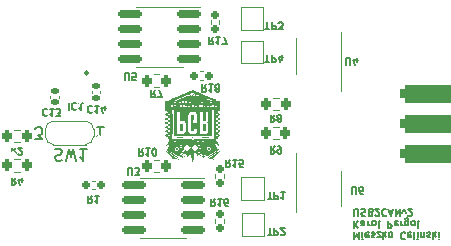
<source format=gbo>
G04 #@! TF.GenerationSoftware,KiCad,Pcbnew,7.0.6*
G04 #@! TF.CreationDate,2024-02-06T23:19:41+01:00*
G04 #@! TF.ProjectId,USB2CANv2,55534232-4341-44e7-9632-2e6b69636164,0_2*
G04 #@! TF.SameCoordinates,Original*
G04 #@! TF.FileFunction,Legend,Bot*
G04 #@! TF.FilePolarity,Positive*
%FSLAX46Y46*%
G04 Gerber Fmt 4.6, Leading zero omitted, Abs format (unit mm)*
G04 Created by KiCad (PCBNEW 7.0.6) date 2024-02-06 23:19:41*
%MOMM*%
%LPD*%
G01*
G04 APERTURE LIST*
G04 Aperture macros list*
%AMRoundRect*
0 Rectangle with rounded corners*
0 $1 Rounding radius*
0 $2 $3 $4 $5 $6 $7 $8 $9 X,Y pos of 4 corners*
0 Add a 4 corners polygon primitive as box body*
4,1,4,$2,$3,$4,$5,$6,$7,$8,$9,$2,$3,0*
0 Add four circle primitives for the rounded corners*
1,1,$1+$1,$2,$3*
1,1,$1+$1,$4,$5*
1,1,$1+$1,$6,$7*
1,1,$1+$1,$8,$9*
0 Add four rect primitives between the rounded corners*
20,1,$1+$1,$2,$3,$4,$5,0*
20,1,$1+$1,$4,$5,$6,$7,0*
20,1,$1+$1,$6,$7,$8,$9,0*
20,1,$1+$1,$8,$9,$2,$3,0*%
%AMFreePoly0*
4,1,19,0.000000,0.744911,0.071157,0.744911,0.207708,0.704816,0.327430,0.627875,0.420627,0.520320,0.479746,0.390866,0.500000,0.250000,0.500000,-0.250000,0.479746,-0.390866,0.420627,-0.520320,0.327430,-0.627875,0.207708,-0.704816,0.071157,-0.744911,0.000000,-0.744911,0.000000,-0.750000,-0.550000,-0.750000,-0.550000,0.750000,0.000000,0.750000,0.000000,0.744911,0.000000,0.744911,
$1*%
%AMFreePoly1*
4,1,19,0.550000,-0.750000,0.000000,-0.750000,0.000000,-0.744911,-0.071157,-0.744911,-0.207708,-0.704816,-0.327430,-0.627875,-0.420627,-0.520320,-0.479746,-0.390866,-0.500000,-0.250000,-0.500000,0.250000,-0.479746,0.390866,-0.420627,0.520320,-0.327430,0.627875,-0.207708,0.704816,-0.071157,0.744911,0.000000,0.744911,0.000000,0.750000,0.550000,0.750000,0.550000,-0.750000,0.550000,-0.750000,
$1*%
G04 Aperture macros list end*
%ADD10C,0.150000*%
%ADD11C,0.120000*%
%ADD12C,0.250000*%
%ADD13O,1.350000X1.350000*%
%ADD14R,1.350000X1.350000*%
%ADD15R,0.800000X1.200000*%
%ADD16R,1.700000X1.700000*%
%ADD17O,1.700000X1.700000*%
%ADD18C,2.100000*%
%ADD19RoundRect,0.381000X2.119000X0.381000X-2.119000X0.381000X-2.119000X-0.381000X2.119000X-0.381000X0*%
%ADD20C,0.700000*%
%ADD21O,1.700000X0.900000*%
%ADD22O,2.400000X0.900000*%
%ADD23RoundRect,0.200000X-0.200000X-0.275000X0.200000X-0.275000X0.200000X0.275000X-0.200000X0.275000X0*%
%ADD24R,1.500000X1.500000*%
%ADD25RoundRect,0.150000X0.825000X0.150000X-0.825000X0.150000X-0.825000X-0.150000X0.825000X-0.150000X0*%
%ADD26RoundRect,0.160000X-0.160000X0.197500X-0.160000X-0.197500X0.160000X-0.197500X0.160000X0.197500X0*%
%ADD27RoundRect,0.160000X-0.197500X-0.160000X0.197500X-0.160000X0.197500X0.160000X-0.197500X0.160000X0*%
%ADD28RoundRect,0.140000X-0.170000X0.140000X-0.170000X-0.140000X0.170000X-0.140000X0.170000X0.140000X0*%
%ADD29R,0.600000X0.200000*%
%ADD30R,0.350000X0.990000*%
%ADD31FreePoly0,180.000000*%
%ADD32R,1.000000X1.500000*%
%ADD33FreePoly1,180.000000*%
%ADD34C,0.500000*%
G04 APERTURE END LIST*
D10*
X157975541Y-105583228D02*
X157975541Y-105097514D01*
X157975541Y-105097514D02*
X158004112Y-105040371D01*
X158004112Y-105040371D02*
X158032684Y-105011800D01*
X158032684Y-105011800D02*
X158089826Y-104983228D01*
X158089826Y-104983228D02*
X158204112Y-104983228D01*
X158204112Y-104983228D02*
X158261255Y-105011800D01*
X158261255Y-105011800D02*
X158289826Y-105040371D01*
X158289826Y-105040371D02*
X158318398Y-105097514D01*
X158318398Y-105097514D02*
X158318398Y-105583228D01*
X158575540Y-105011800D02*
X158661255Y-104983228D01*
X158661255Y-104983228D02*
X158804112Y-104983228D01*
X158804112Y-104983228D02*
X158861255Y-105011800D01*
X158861255Y-105011800D02*
X158889826Y-105040371D01*
X158889826Y-105040371D02*
X158918397Y-105097514D01*
X158918397Y-105097514D02*
X158918397Y-105154657D01*
X158918397Y-105154657D02*
X158889826Y-105211800D01*
X158889826Y-105211800D02*
X158861255Y-105240371D01*
X158861255Y-105240371D02*
X158804112Y-105268942D01*
X158804112Y-105268942D02*
X158689826Y-105297514D01*
X158689826Y-105297514D02*
X158632683Y-105326085D01*
X158632683Y-105326085D02*
X158604112Y-105354657D01*
X158604112Y-105354657D02*
X158575540Y-105411800D01*
X158575540Y-105411800D02*
X158575540Y-105468942D01*
X158575540Y-105468942D02*
X158604112Y-105526085D01*
X158604112Y-105526085D02*
X158632683Y-105554657D01*
X158632683Y-105554657D02*
X158689826Y-105583228D01*
X158689826Y-105583228D02*
X158832683Y-105583228D01*
X158832683Y-105583228D02*
X158918397Y-105554657D01*
X159375541Y-105297514D02*
X159461255Y-105268942D01*
X159461255Y-105268942D02*
X159489826Y-105240371D01*
X159489826Y-105240371D02*
X159518398Y-105183228D01*
X159518398Y-105183228D02*
X159518398Y-105097514D01*
X159518398Y-105097514D02*
X159489826Y-105040371D01*
X159489826Y-105040371D02*
X159461255Y-105011800D01*
X159461255Y-105011800D02*
X159404112Y-104983228D01*
X159404112Y-104983228D02*
X159175541Y-104983228D01*
X159175541Y-104983228D02*
X159175541Y-105583228D01*
X159175541Y-105583228D02*
X159375541Y-105583228D01*
X159375541Y-105583228D02*
X159432684Y-105554657D01*
X159432684Y-105554657D02*
X159461255Y-105526085D01*
X159461255Y-105526085D02*
X159489826Y-105468942D01*
X159489826Y-105468942D02*
X159489826Y-105411800D01*
X159489826Y-105411800D02*
X159461255Y-105354657D01*
X159461255Y-105354657D02*
X159432684Y-105326085D01*
X159432684Y-105326085D02*
X159375541Y-105297514D01*
X159375541Y-105297514D02*
X159175541Y-105297514D01*
X159746969Y-105526085D02*
X159775541Y-105554657D01*
X159775541Y-105554657D02*
X159832684Y-105583228D01*
X159832684Y-105583228D02*
X159975541Y-105583228D01*
X159975541Y-105583228D02*
X160032684Y-105554657D01*
X160032684Y-105554657D02*
X160061255Y-105526085D01*
X160061255Y-105526085D02*
X160089826Y-105468942D01*
X160089826Y-105468942D02*
X160089826Y-105411800D01*
X160089826Y-105411800D02*
X160061255Y-105326085D01*
X160061255Y-105326085D02*
X159718398Y-104983228D01*
X159718398Y-104983228D02*
X160089826Y-104983228D01*
X160689827Y-105040371D02*
X160661255Y-105011800D01*
X160661255Y-105011800D02*
X160575541Y-104983228D01*
X160575541Y-104983228D02*
X160518398Y-104983228D01*
X160518398Y-104983228D02*
X160432684Y-105011800D01*
X160432684Y-105011800D02*
X160375541Y-105068942D01*
X160375541Y-105068942D02*
X160346970Y-105126085D01*
X160346970Y-105126085D02*
X160318398Y-105240371D01*
X160318398Y-105240371D02*
X160318398Y-105326085D01*
X160318398Y-105326085D02*
X160346970Y-105440371D01*
X160346970Y-105440371D02*
X160375541Y-105497514D01*
X160375541Y-105497514D02*
X160432684Y-105554657D01*
X160432684Y-105554657D02*
X160518398Y-105583228D01*
X160518398Y-105583228D02*
X160575541Y-105583228D01*
X160575541Y-105583228D02*
X160661255Y-105554657D01*
X160661255Y-105554657D02*
X160689827Y-105526085D01*
X160918398Y-105154657D02*
X161204113Y-105154657D01*
X160861255Y-104983228D02*
X161061255Y-105583228D01*
X161061255Y-105583228D02*
X161261255Y-104983228D01*
X161461256Y-104983228D02*
X161461256Y-105583228D01*
X161461256Y-105583228D02*
X161804113Y-104983228D01*
X161804113Y-104983228D02*
X161804113Y-105583228D01*
X162032684Y-105383228D02*
X162175541Y-104983228D01*
X162175541Y-104983228D02*
X162318398Y-105383228D01*
X162518398Y-105526085D02*
X162546970Y-105554657D01*
X162546970Y-105554657D02*
X162604113Y-105583228D01*
X162604113Y-105583228D02*
X162746970Y-105583228D01*
X162746970Y-105583228D02*
X162804113Y-105554657D01*
X162804113Y-105554657D02*
X162832684Y-105526085D01*
X162832684Y-105526085D02*
X162861255Y-105468942D01*
X162861255Y-105468942D02*
X162861255Y-105411800D01*
X162861255Y-105411800D02*
X162832684Y-105326085D01*
X162832684Y-105326085D02*
X162489827Y-104983228D01*
X162489827Y-104983228D02*
X162861255Y-104983228D01*
X157975541Y-106965228D02*
X157975541Y-107565228D01*
X157975541Y-107565228D02*
X158175541Y-107136657D01*
X158175541Y-107136657D02*
X158375541Y-107565228D01*
X158375541Y-107565228D02*
X158375541Y-106965228D01*
X158661255Y-106965228D02*
X158661255Y-107365228D01*
X158661255Y-107565228D02*
X158632683Y-107536657D01*
X158632683Y-107536657D02*
X158661255Y-107508085D01*
X158661255Y-107508085D02*
X158689826Y-107536657D01*
X158689826Y-107536657D02*
X158661255Y-107565228D01*
X158661255Y-107565228D02*
X158661255Y-107508085D01*
X159175540Y-106993800D02*
X159118397Y-106965228D01*
X159118397Y-106965228D02*
X159004112Y-106965228D01*
X159004112Y-106965228D02*
X158946969Y-106993800D01*
X158946969Y-106993800D02*
X158918397Y-107050942D01*
X158918397Y-107050942D02*
X158918397Y-107279514D01*
X158918397Y-107279514D02*
X158946969Y-107336657D01*
X158946969Y-107336657D02*
X159004112Y-107365228D01*
X159004112Y-107365228D02*
X159118397Y-107365228D01*
X159118397Y-107365228D02*
X159175540Y-107336657D01*
X159175540Y-107336657D02*
X159204112Y-107279514D01*
X159204112Y-107279514D02*
X159204112Y-107222371D01*
X159204112Y-107222371D02*
X158918397Y-107165228D01*
X159432683Y-106993800D02*
X159489826Y-106965228D01*
X159489826Y-106965228D02*
X159604112Y-106965228D01*
X159604112Y-106965228D02*
X159661255Y-106993800D01*
X159661255Y-106993800D02*
X159689826Y-107050942D01*
X159689826Y-107050942D02*
X159689826Y-107079514D01*
X159689826Y-107079514D02*
X159661255Y-107136657D01*
X159661255Y-107136657D02*
X159604112Y-107165228D01*
X159604112Y-107165228D02*
X159518398Y-107165228D01*
X159518398Y-107165228D02*
X159461255Y-107193800D01*
X159461255Y-107193800D02*
X159432683Y-107250942D01*
X159432683Y-107250942D02*
X159432683Y-107279514D01*
X159432683Y-107279514D02*
X159461255Y-107336657D01*
X159461255Y-107336657D02*
X159518398Y-107365228D01*
X159518398Y-107365228D02*
X159604112Y-107365228D01*
X159604112Y-107365228D02*
X159661255Y-107336657D01*
X159889826Y-107365228D02*
X160204112Y-107365228D01*
X160204112Y-107365228D02*
X159889826Y-106965228D01*
X159889826Y-106965228D02*
X160204112Y-106965228D01*
X160432683Y-106965228D02*
X160432683Y-107565228D01*
X160489826Y-107193800D02*
X160661254Y-106965228D01*
X160661254Y-107365228D02*
X160432683Y-107136657D01*
X161004111Y-106965228D02*
X160946968Y-106993800D01*
X160946968Y-106993800D02*
X160918397Y-107022371D01*
X160918397Y-107022371D02*
X160889825Y-107079514D01*
X160889825Y-107079514D02*
X160889825Y-107250942D01*
X160889825Y-107250942D02*
X160918397Y-107308085D01*
X160918397Y-107308085D02*
X160946968Y-107336657D01*
X160946968Y-107336657D02*
X161004111Y-107365228D01*
X161004111Y-107365228D02*
X161089825Y-107365228D01*
X161089825Y-107365228D02*
X161146968Y-107336657D01*
X161146968Y-107336657D02*
X161175540Y-107308085D01*
X161175540Y-107308085D02*
X161204111Y-107250942D01*
X161204111Y-107250942D02*
X161204111Y-107079514D01*
X161204111Y-107079514D02*
X161175540Y-107022371D01*
X161175540Y-107022371D02*
X161146968Y-106993800D01*
X161146968Y-106993800D02*
X161089825Y-106965228D01*
X161089825Y-106965228D02*
X161004111Y-106965228D01*
X162261254Y-107022371D02*
X162232682Y-106993800D01*
X162232682Y-106993800D02*
X162146968Y-106965228D01*
X162146968Y-106965228D02*
X162089825Y-106965228D01*
X162089825Y-106965228D02*
X162004111Y-106993800D01*
X162004111Y-106993800D02*
X161946968Y-107050942D01*
X161946968Y-107050942D02*
X161918397Y-107108085D01*
X161918397Y-107108085D02*
X161889825Y-107222371D01*
X161889825Y-107222371D02*
X161889825Y-107308085D01*
X161889825Y-107308085D02*
X161918397Y-107422371D01*
X161918397Y-107422371D02*
X161946968Y-107479514D01*
X161946968Y-107479514D02*
X162004111Y-107536657D01*
X162004111Y-107536657D02*
X162089825Y-107565228D01*
X162089825Y-107565228D02*
X162146968Y-107565228D01*
X162146968Y-107565228D02*
X162232682Y-107536657D01*
X162232682Y-107536657D02*
X162261254Y-107508085D01*
X162746968Y-106993800D02*
X162689825Y-106965228D01*
X162689825Y-106965228D02*
X162575540Y-106965228D01*
X162575540Y-106965228D02*
X162518397Y-106993800D01*
X162518397Y-106993800D02*
X162489825Y-107050942D01*
X162489825Y-107050942D02*
X162489825Y-107279514D01*
X162489825Y-107279514D02*
X162518397Y-107336657D01*
X162518397Y-107336657D02*
X162575540Y-107365228D01*
X162575540Y-107365228D02*
X162689825Y-107365228D01*
X162689825Y-107365228D02*
X162746968Y-107336657D01*
X162746968Y-107336657D02*
X162775540Y-107279514D01*
X162775540Y-107279514D02*
X162775540Y-107222371D01*
X162775540Y-107222371D02*
X162489825Y-107165228D01*
X163118397Y-106965228D02*
X163061254Y-106993800D01*
X163061254Y-106993800D02*
X163032683Y-107050942D01*
X163032683Y-107050942D02*
X163032683Y-107565228D01*
X163346969Y-106965228D02*
X163346969Y-107365228D01*
X163346969Y-107565228D02*
X163318397Y-107536657D01*
X163318397Y-107536657D02*
X163346969Y-107508085D01*
X163346969Y-107508085D02*
X163375540Y-107536657D01*
X163375540Y-107536657D02*
X163346969Y-107565228D01*
X163346969Y-107565228D02*
X163346969Y-107508085D01*
X163632683Y-107365228D02*
X163632683Y-106965228D01*
X163632683Y-107308085D02*
X163661254Y-107336657D01*
X163661254Y-107336657D02*
X163718397Y-107365228D01*
X163718397Y-107365228D02*
X163804111Y-107365228D01*
X163804111Y-107365228D02*
X163861254Y-107336657D01*
X163861254Y-107336657D02*
X163889826Y-107279514D01*
X163889826Y-107279514D02*
X163889826Y-106965228D01*
X164146968Y-106993800D02*
X164204111Y-106965228D01*
X164204111Y-106965228D02*
X164318397Y-106965228D01*
X164318397Y-106965228D02*
X164375540Y-106993800D01*
X164375540Y-106993800D02*
X164404111Y-107050942D01*
X164404111Y-107050942D02*
X164404111Y-107079514D01*
X164404111Y-107079514D02*
X164375540Y-107136657D01*
X164375540Y-107136657D02*
X164318397Y-107165228D01*
X164318397Y-107165228D02*
X164232683Y-107165228D01*
X164232683Y-107165228D02*
X164175540Y-107193800D01*
X164175540Y-107193800D02*
X164146968Y-107250942D01*
X164146968Y-107250942D02*
X164146968Y-107279514D01*
X164146968Y-107279514D02*
X164175540Y-107336657D01*
X164175540Y-107336657D02*
X164232683Y-107365228D01*
X164232683Y-107365228D02*
X164318397Y-107365228D01*
X164318397Y-107365228D02*
X164375540Y-107336657D01*
X164661254Y-106965228D02*
X164661254Y-107565228D01*
X164718397Y-107193800D02*
X164889825Y-106965228D01*
X164889825Y-107365228D02*
X164661254Y-107136657D01*
X165146968Y-106965228D02*
X165146968Y-107365228D01*
X165146968Y-107565228D02*
X165118396Y-107536657D01*
X165118396Y-107536657D02*
X165146968Y-107508085D01*
X165146968Y-107508085D02*
X165175539Y-107536657D01*
X165175539Y-107536657D02*
X165146968Y-107565228D01*
X165146968Y-107565228D02*
X165146968Y-107508085D01*
X157975541Y-105999228D02*
X157975541Y-106599228D01*
X158318398Y-105999228D02*
X158061255Y-106342085D01*
X158318398Y-106599228D02*
X157975541Y-106256371D01*
X158832684Y-105999228D02*
X158832684Y-106313514D01*
X158832684Y-106313514D02*
X158804112Y-106370657D01*
X158804112Y-106370657D02*
X158746969Y-106399228D01*
X158746969Y-106399228D02*
X158632684Y-106399228D01*
X158632684Y-106399228D02*
X158575541Y-106370657D01*
X158832684Y-106027800D02*
X158775541Y-105999228D01*
X158775541Y-105999228D02*
X158632684Y-105999228D01*
X158632684Y-105999228D02*
X158575541Y-106027800D01*
X158575541Y-106027800D02*
X158546969Y-106084942D01*
X158546969Y-106084942D02*
X158546969Y-106142085D01*
X158546969Y-106142085D02*
X158575541Y-106199228D01*
X158575541Y-106199228D02*
X158632684Y-106227800D01*
X158632684Y-106227800D02*
X158775541Y-106227800D01*
X158775541Y-106227800D02*
X158832684Y-106256371D01*
X159118398Y-105999228D02*
X159118398Y-106399228D01*
X159118398Y-106284942D02*
X159146969Y-106342085D01*
X159146969Y-106342085D02*
X159175541Y-106370657D01*
X159175541Y-106370657D02*
X159232683Y-106399228D01*
X159232683Y-106399228D02*
X159289826Y-106399228D01*
X159575541Y-105999228D02*
X159518398Y-106027800D01*
X159518398Y-106027800D02*
X159489827Y-106056371D01*
X159489827Y-106056371D02*
X159461255Y-106113514D01*
X159461255Y-106113514D02*
X159461255Y-106284942D01*
X159461255Y-106284942D02*
X159489827Y-106342085D01*
X159489827Y-106342085D02*
X159518398Y-106370657D01*
X159518398Y-106370657D02*
X159575541Y-106399228D01*
X159575541Y-106399228D02*
X159661255Y-106399228D01*
X159661255Y-106399228D02*
X159718398Y-106370657D01*
X159718398Y-106370657D02*
X159746970Y-106342085D01*
X159746970Y-106342085D02*
X159775541Y-106284942D01*
X159775541Y-106284942D02*
X159775541Y-106113514D01*
X159775541Y-106113514D02*
X159746970Y-106056371D01*
X159746970Y-106056371D02*
X159718398Y-106027800D01*
X159718398Y-106027800D02*
X159661255Y-105999228D01*
X159661255Y-105999228D02*
X159575541Y-105999228D01*
X160118398Y-105999228D02*
X160061255Y-106027800D01*
X160061255Y-106027800D02*
X160032684Y-106084942D01*
X160032684Y-106084942D02*
X160032684Y-106599228D01*
X160804113Y-105999228D02*
X160804113Y-106599228D01*
X160804113Y-106599228D02*
X161032684Y-106599228D01*
X161032684Y-106599228D02*
X161089827Y-106570657D01*
X161089827Y-106570657D02*
X161118398Y-106542085D01*
X161118398Y-106542085D02*
X161146970Y-106484942D01*
X161146970Y-106484942D02*
X161146970Y-106399228D01*
X161146970Y-106399228D02*
X161118398Y-106342085D01*
X161118398Y-106342085D02*
X161089827Y-106313514D01*
X161089827Y-106313514D02*
X161032684Y-106284942D01*
X161032684Y-106284942D02*
X160804113Y-106284942D01*
X161632684Y-106027800D02*
X161575541Y-105999228D01*
X161575541Y-105999228D02*
X161461256Y-105999228D01*
X161461256Y-105999228D02*
X161404113Y-106027800D01*
X161404113Y-106027800D02*
X161375541Y-106084942D01*
X161375541Y-106084942D02*
X161375541Y-106313514D01*
X161375541Y-106313514D02*
X161404113Y-106370657D01*
X161404113Y-106370657D02*
X161461256Y-106399228D01*
X161461256Y-106399228D02*
X161575541Y-106399228D01*
X161575541Y-106399228D02*
X161632684Y-106370657D01*
X161632684Y-106370657D02*
X161661256Y-106313514D01*
X161661256Y-106313514D02*
X161661256Y-106256371D01*
X161661256Y-106256371D02*
X161375541Y-106199228D01*
X161918399Y-105999228D02*
X161918399Y-106399228D01*
X161918399Y-106284942D02*
X161946970Y-106342085D01*
X161946970Y-106342085D02*
X161975542Y-106370657D01*
X161975542Y-106370657D02*
X162032684Y-106399228D01*
X162032684Y-106399228D02*
X162089827Y-106399228D01*
X162546971Y-106399228D02*
X162546971Y-105913514D01*
X162546971Y-105913514D02*
X162518399Y-105856371D01*
X162518399Y-105856371D02*
X162489828Y-105827800D01*
X162489828Y-105827800D02*
X162432685Y-105799228D01*
X162432685Y-105799228D02*
X162346971Y-105799228D01*
X162346971Y-105799228D02*
X162289828Y-105827800D01*
X162546971Y-106027800D02*
X162489828Y-105999228D01*
X162489828Y-105999228D02*
X162375542Y-105999228D01*
X162375542Y-105999228D02*
X162318399Y-106027800D01*
X162318399Y-106027800D02*
X162289828Y-106056371D01*
X162289828Y-106056371D02*
X162261256Y-106113514D01*
X162261256Y-106113514D02*
X162261256Y-106284942D01*
X162261256Y-106284942D02*
X162289828Y-106342085D01*
X162289828Y-106342085D02*
X162318399Y-106370657D01*
X162318399Y-106370657D02*
X162375542Y-106399228D01*
X162375542Y-106399228D02*
X162489828Y-106399228D01*
X162489828Y-106399228D02*
X162546971Y-106370657D01*
X162918399Y-105999228D02*
X162861256Y-106027800D01*
X162861256Y-106027800D02*
X162832685Y-106056371D01*
X162832685Y-106056371D02*
X162804113Y-106113514D01*
X162804113Y-106113514D02*
X162804113Y-106284942D01*
X162804113Y-106284942D02*
X162832685Y-106342085D01*
X162832685Y-106342085D02*
X162861256Y-106370657D01*
X162861256Y-106370657D02*
X162918399Y-106399228D01*
X162918399Y-106399228D02*
X163004113Y-106399228D01*
X163004113Y-106399228D02*
X163061256Y-106370657D01*
X163061256Y-106370657D02*
X163089828Y-106342085D01*
X163089828Y-106342085D02*
X163118399Y-106284942D01*
X163118399Y-106284942D02*
X163118399Y-106113514D01*
X163118399Y-106113514D02*
X163089828Y-106056371D01*
X163089828Y-106056371D02*
X163061256Y-106027800D01*
X163061256Y-106027800D02*
X163004113Y-105999228D01*
X163004113Y-105999228D02*
X162918399Y-105999228D01*
X163461256Y-105999228D02*
X163404113Y-106027800D01*
X163404113Y-106027800D02*
X163375542Y-106084942D01*
X163375542Y-106084942D02*
X163375542Y-106599228D01*
X157784857Y-103708228D02*
X157784857Y-103222514D01*
X157784857Y-103222514D02*
X157813428Y-103165371D01*
X157813428Y-103165371D02*
X157842000Y-103136800D01*
X157842000Y-103136800D02*
X157899142Y-103108228D01*
X157899142Y-103108228D02*
X158013428Y-103108228D01*
X158013428Y-103108228D02*
X158070571Y-103136800D01*
X158070571Y-103136800D02*
X158099142Y-103165371D01*
X158099142Y-103165371D02*
X158127714Y-103222514D01*
X158127714Y-103222514D02*
X158127714Y-103708228D01*
X158670571Y-103708228D02*
X158556285Y-103708228D01*
X158556285Y-103708228D02*
X158499142Y-103679657D01*
X158499142Y-103679657D02*
X158470571Y-103651085D01*
X158470571Y-103651085D02*
X158413428Y-103565371D01*
X158413428Y-103565371D02*
X158384856Y-103451085D01*
X158384856Y-103451085D02*
X158384856Y-103222514D01*
X158384856Y-103222514D02*
X158413428Y-103165371D01*
X158413428Y-103165371D02*
X158441999Y-103136800D01*
X158441999Y-103136800D02*
X158499142Y-103108228D01*
X158499142Y-103108228D02*
X158613428Y-103108228D01*
X158613428Y-103108228D02*
X158670571Y-103136800D01*
X158670571Y-103136800D02*
X158699142Y-103165371D01*
X158699142Y-103165371D02*
X158727713Y-103222514D01*
X158727713Y-103222514D02*
X158727713Y-103365371D01*
X158727713Y-103365371D02*
X158699142Y-103422514D01*
X158699142Y-103422514D02*
X158670571Y-103451085D01*
X158670571Y-103451085D02*
X158613428Y-103479657D01*
X158613428Y-103479657D02*
X158499142Y-103479657D01*
X158499142Y-103479657D02*
X158441999Y-103451085D01*
X158441999Y-103451085D02*
X158413428Y-103422514D01*
X158413428Y-103422514D02*
X158384856Y-103365371D01*
X151221000Y-97012228D02*
X151021000Y-97297942D01*
X150878143Y-97012228D02*
X150878143Y-97612228D01*
X150878143Y-97612228D02*
X151106714Y-97612228D01*
X151106714Y-97612228D02*
X151163857Y-97583657D01*
X151163857Y-97583657D02*
X151192428Y-97555085D01*
X151192428Y-97555085D02*
X151221000Y-97497942D01*
X151221000Y-97497942D02*
X151221000Y-97412228D01*
X151221000Y-97412228D02*
X151192428Y-97355085D01*
X151192428Y-97355085D02*
X151163857Y-97326514D01*
X151163857Y-97326514D02*
X151106714Y-97297942D01*
X151106714Y-97297942D02*
X150878143Y-97297942D01*
X151563857Y-97355085D02*
X151506714Y-97383657D01*
X151506714Y-97383657D02*
X151478143Y-97412228D01*
X151478143Y-97412228D02*
X151449571Y-97469371D01*
X151449571Y-97469371D02*
X151449571Y-97497942D01*
X151449571Y-97497942D02*
X151478143Y-97555085D01*
X151478143Y-97555085D02*
X151506714Y-97583657D01*
X151506714Y-97583657D02*
X151563857Y-97612228D01*
X151563857Y-97612228D02*
X151678143Y-97612228D01*
X151678143Y-97612228D02*
X151735286Y-97583657D01*
X151735286Y-97583657D02*
X151763857Y-97555085D01*
X151763857Y-97555085D02*
X151792428Y-97497942D01*
X151792428Y-97497942D02*
X151792428Y-97469371D01*
X151792428Y-97469371D02*
X151763857Y-97412228D01*
X151763857Y-97412228D02*
X151735286Y-97383657D01*
X151735286Y-97383657D02*
X151678143Y-97355085D01*
X151678143Y-97355085D02*
X151563857Y-97355085D01*
X151563857Y-97355085D02*
X151506714Y-97326514D01*
X151506714Y-97326514D02*
X151478143Y-97297942D01*
X151478143Y-97297942D02*
X151449571Y-97240800D01*
X151449571Y-97240800D02*
X151449571Y-97126514D01*
X151449571Y-97126514D02*
X151478143Y-97069371D01*
X151478143Y-97069371D02*
X151506714Y-97040800D01*
X151506714Y-97040800D02*
X151563857Y-97012228D01*
X151563857Y-97012228D02*
X151678143Y-97012228D01*
X151678143Y-97012228D02*
X151735286Y-97040800D01*
X151735286Y-97040800D02*
X151763857Y-97069371D01*
X151763857Y-97069371D02*
X151792428Y-97126514D01*
X151792428Y-97126514D02*
X151792428Y-97240800D01*
X151792428Y-97240800D02*
X151763857Y-97297942D01*
X151763857Y-97297942D02*
X151735286Y-97326514D01*
X151735286Y-97326514D02*
X151678143Y-97355085D01*
X150442856Y-92550228D02*
X150785714Y-92550228D01*
X150614285Y-91950228D02*
X150614285Y-92550228D01*
X150985714Y-91950228D02*
X150985714Y-92550228D01*
X150985714Y-92550228D02*
X151214285Y-92550228D01*
X151214285Y-92550228D02*
X151271428Y-92521657D01*
X151271428Y-92521657D02*
X151299999Y-92493085D01*
X151299999Y-92493085D02*
X151328571Y-92435942D01*
X151328571Y-92435942D02*
X151328571Y-92350228D01*
X151328571Y-92350228D02*
X151299999Y-92293085D01*
X151299999Y-92293085D02*
X151271428Y-92264514D01*
X151271428Y-92264514D02*
X151214285Y-92235942D01*
X151214285Y-92235942D02*
X150985714Y-92235942D01*
X151842857Y-92350228D02*
X151842857Y-91950228D01*
X151699999Y-92578800D02*
X151557142Y-92150228D01*
X151557142Y-92150228D02*
X151928571Y-92150228D01*
X138792857Y-102100228D02*
X138792857Y-101614514D01*
X138792857Y-101614514D02*
X138821428Y-101557371D01*
X138821428Y-101557371D02*
X138850000Y-101528800D01*
X138850000Y-101528800D02*
X138907142Y-101500228D01*
X138907142Y-101500228D02*
X139021428Y-101500228D01*
X139021428Y-101500228D02*
X139078571Y-101528800D01*
X139078571Y-101528800D02*
X139107142Y-101557371D01*
X139107142Y-101557371D02*
X139135714Y-101614514D01*
X139135714Y-101614514D02*
X139135714Y-102100228D01*
X139364285Y-102100228D02*
X139735713Y-102100228D01*
X139735713Y-102100228D02*
X139535713Y-101871657D01*
X139535713Y-101871657D02*
X139621428Y-101871657D01*
X139621428Y-101871657D02*
X139678571Y-101843085D01*
X139678571Y-101843085D02*
X139707142Y-101814514D01*
X139707142Y-101814514D02*
X139735713Y-101757371D01*
X139735713Y-101757371D02*
X139735713Y-101614514D01*
X139735713Y-101614514D02*
X139707142Y-101557371D01*
X139707142Y-101557371D02*
X139678571Y-101528800D01*
X139678571Y-101528800D02*
X139621428Y-101500228D01*
X139621428Y-101500228D02*
X139449999Y-101500228D01*
X139449999Y-101500228D02*
X139392856Y-101528800D01*
X139392856Y-101528800D02*
X139364285Y-101557371D01*
X146034285Y-90470228D02*
X145834285Y-90755942D01*
X145691428Y-90470228D02*
X145691428Y-91070228D01*
X145691428Y-91070228D02*
X145919999Y-91070228D01*
X145919999Y-91070228D02*
X145977142Y-91041657D01*
X145977142Y-91041657D02*
X146005713Y-91013085D01*
X146005713Y-91013085D02*
X146034285Y-90955942D01*
X146034285Y-90955942D02*
X146034285Y-90870228D01*
X146034285Y-90870228D02*
X146005713Y-90813085D01*
X146005713Y-90813085D02*
X145977142Y-90784514D01*
X145977142Y-90784514D02*
X145919999Y-90755942D01*
X145919999Y-90755942D02*
X145691428Y-90755942D01*
X146605713Y-90470228D02*
X146262856Y-90470228D01*
X146434285Y-90470228D02*
X146434285Y-91070228D01*
X146434285Y-91070228D02*
X146377142Y-90984514D01*
X146377142Y-90984514D02*
X146319999Y-90927371D01*
X146319999Y-90927371D02*
X146262856Y-90898800D01*
X146805714Y-91070228D02*
X147205714Y-91070228D01*
X147205714Y-91070228D02*
X146948571Y-90470228D01*
X157276857Y-92786228D02*
X157276857Y-92300514D01*
X157276857Y-92300514D02*
X157305428Y-92243371D01*
X157305428Y-92243371D02*
X157334000Y-92214800D01*
X157334000Y-92214800D02*
X157391142Y-92186228D01*
X157391142Y-92186228D02*
X157505428Y-92186228D01*
X157505428Y-92186228D02*
X157562571Y-92214800D01*
X157562571Y-92214800D02*
X157591142Y-92243371D01*
X157591142Y-92243371D02*
X157619714Y-92300514D01*
X157619714Y-92300514D02*
X157619714Y-92786228D01*
X158162571Y-92586228D02*
X158162571Y-92186228D01*
X158019713Y-92814800D02*
X157876856Y-92386228D01*
X157876856Y-92386228D02*
X158248285Y-92386228D01*
X135790000Y-103871828D02*
X135590000Y-104157542D01*
X135447143Y-103871828D02*
X135447143Y-104471828D01*
X135447143Y-104471828D02*
X135675714Y-104471828D01*
X135675714Y-104471828D02*
X135732857Y-104443257D01*
X135732857Y-104443257D02*
X135761428Y-104414685D01*
X135761428Y-104414685D02*
X135790000Y-104357542D01*
X135790000Y-104357542D02*
X135790000Y-104271828D01*
X135790000Y-104271828D02*
X135761428Y-104214685D01*
X135761428Y-104214685D02*
X135732857Y-104186114D01*
X135732857Y-104186114D02*
X135675714Y-104157542D01*
X135675714Y-104157542D02*
X135447143Y-104157542D01*
X136361428Y-103871828D02*
X136018571Y-103871828D01*
X136190000Y-103871828D02*
X136190000Y-104471828D01*
X136190000Y-104471828D02*
X136132857Y-104386114D01*
X136132857Y-104386114D02*
X136075714Y-104328971D01*
X136075714Y-104328971D02*
X136018571Y-104300400D01*
X129300800Y-99806228D02*
X129100800Y-100091942D01*
X128957943Y-99806228D02*
X128957943Y-100406228D01*
X128957943Y-100406228D02*
X129186514Y-100406228D01*
X129186514Y-100406228D02*
X129243657Y-100377657D01*
X129243657Y-100377657D02*
X129272228Y-100349085D01*
X129272228Y-100349085D02*
X129300800Y-100291942D01*
X129300800Y-100291942D02*
X129300800Y-100206228D01*
X129300800Y-100206228D02*
X129272228Y-100149085D01*
X129272228Y-100149085D02*
X129243657Y-100120514D01*
X129243657Y-100120514D02*
X129186514Y-100091942D01*
X129186514Y-100091942D02*
X128957943Y-100091942D01*
X129529371Y-100349085D02*
X129557943Y-100377657D01*
X129557943Y-100377657D02*
X129615086Y-100406228D01*
X129615086Y-100406228D02*
X129757943Y-100406228D01*
X129757943Y-100406228D02*
X129815086Y-100377657D01*
X129815086Y-100377657D02*
X129843657Y-100349085D01*
X129843657Y-100349085D02*
X129872228Y-100291942D01*
X129872228Y-100291942D02*
X129872228Y-100234800D01*
X129872228Y-100234800D02*
X129843657Y-100149085D01*
X129843657Y-100149085D02*
X129500800Y-99806228D01*
X129500800Y-99806228D02*
X129872228Y-99806228D01*
X145410285Y-94460228D02*
X145210285Y-94745942D01*
X145067428Y-94460228D02*
X145067428Y-95060228D01*
X145067428Y-95060228D02*
X145295999Y-95060228D01*
X145295999Y-95060228D02*
X145353142Y-95031657D01*
X145353142Y-95031657D02*
X145381713Y-95003085D01*
X145381713Y-95003085D02*
X145410285Y-94945942D01*
X145410285Y-94945942D02*
X145410285Y-94860228D01*
X145410285Y-94860228D02*
X145381713Y-94803085D01*
X145381713Y-94803085D02*
X145353142Y-94774514D01*
X145353142Y-94774514D02*
X145295999Y-94745942D01*
X145295999Y-94745942D02*
X145067428Y-94745942D01*
X145981713Y-94460228D02*
X145638856Y-94460228D01*
X145810285Y-94460228D02*
X145810285Y-95060228D01*
X145810285Y-95060228D02*
X145753142Y-94974514D01*
X145753142Y-94974514D02*
X145695999Y-94917371D01*
X145695999Y-94917371D02*
X145638856Y-94888800D01*
X146324571Y-94803085D02*
X146267428Y-94831657D01*
X146267428Y-94831657D02*
X146238857Y-94860228D01*
X146238857Y-94860228D02*
X146210285Y-94917371D01*
X146210285Y-94917371D02*
X146210285Y-94945942D01*
X146210285Y-94945942D02*
X146238857Y-95003085D01*
X146238857Y-95003085D02*
X146267428Y-95031657D01*
X146267428Y-95031657D02*
X146324571Y-95060228D01*
X146324571Y-95060228D02*
X146438857Y-95060228D01*
X146438857Y-95060228D02*
X146496000Y-95031657D01*
X146496000Y-95031657D02*
X146524571Y-95003085D01*
X146524571Y-95003085D02*
X146553142Y-94945942D01*
X146553142Y-94945942D02*
X146553142Y-94917371D01*
X146553142Y-94917371D02*
X146524571Y-94860228D01*
X146524571Y-94860228D02*
X146496000Y-94831657D01*
X146496000Y-94831657D02*
X146438857Y-94803085D01*
X146438857Y-94803085D02*
X146324571Y-94803085D01*
X146324571Y-94803085D02*
X146267428Y-94774514D01*
X146267428Y-94774514D02*
X146238857Y-94745942D01*
X146238857Y-94745942D02*
X146210285Y-94688800D01*
X146210285Y-94688800D02*
X146210285Y-94574514D01*
X146210285Y-94574514D02*
X146238857Y-94517371D01*
X146238857Y-94517371D02*
X146267428Y-94488800D01*
X146267428Y-94488800D02*
X146324571Y-94460228D01*
X146324571Y-94460228D02*
X146438857Y-94460228D01*
X146438857Y-94460228D02*
X146496000Y-94488800D01*
X146496000Y-94488800D02*
X146524571Y-94517371D01*
X146524571Y-94517371D02*
X146553142Y-94574514D01*
X146553142Y-94574514D02*
X146553142Y-94688800D01*
X146553142Y-94688800D02*
X146524571Y-94745942D01*
X146524571Y-94745942D02*
X146496000Y-94774514D01*
X146496000Y-94774514D02*
X146438857Y-94803085D01*
X151220000Y-99712228D02*
X151020000Y-99997942D01*
X150877143Y-99712228D02*
X150877143Y-100312228D01*
X150877143Y-100312228D02*
X151105714Y-100312228D01*
X151105714Y-100312228D02*
X151162857Y-100283657D01*
X151162857Y-100283657D02*
X151191428Y-100255085D01*
X151191428Y-100255085D02*
X151220000Y-100197942D01*
X151220000Y-100197942D02*
X151220000Y-100112228D01*
X151220000Y-100112228D02*
X151191428Y-100055085D01*
X151191428Y-100055085D02*
X151162857Y-100026514D01*
X151162857Y-100026514D02*
X151105714Y-99997942D01*
X151105714Y-99997942D02*
X150877143Y-99997942D01*
X151505714Y-99712228D02*
X151620000Y-99712228D01*
X151620000Y-99712228D02*
X151677143Y-99740800D01*
X151677143Y-99740800D02*
X151705714Y-99769371D01*
X151705714Y-99769371D02*
X151762857Y-99855085D01*
X151762857Y-99855085D02*
X151791428Y-99969371D01*
X151791428Y-99969371D02*
X151791428Y-100197942D01*
X151791428Y-100197942D02*
X151762857Y-100255085D01*
X151762857Y-100255085D02*
X151734286Y-100283657D01*
X151734286Y-100283657D02*
X151677143Y-100312228D01*
X151677143Y-100312228D02*
X151562857Y-100312228D01*
X151562857Y-100312228D02*
X151505714Y-100283657D01*
X151505714Y-100283657D02*
X151477143Y-100255085D01*
X151477143Y-100255085D02*
X151448571Y-100197942D01*
X151448571Y-100197942D02*
X151448571Y-100055085D01*
X151448571Y-100055085D02*
X151477143Y-99997942D01*
X151477143Y-99997942D02*
X151505714Y-99969371D01*
X151505714Y-99969371D02*
X151562857Y-99940800D01*
X151562857Y-99940800D02*
X151677143Y-99940800D01*
X151677143Y-99940800D02*
X151734286Y-99969371D01*
X151734286Y-99969371D02*
X151762857Y-99997942D01*
X151762857Y-99997942D02*
X151791428Y-100055085D01*
X138562857Y-94060228D02*
X138562857Y-93574514D01*
X138562857Y-93574514D02*
X138591428Y-93517371D01*
X138591428Y-93517371D02*
X138620000Y-93488800D01*
X138620000Y-93488800D02*
X138677142Y-93460228D01*
X138677142Y-93460228D02*
X138791428Y-93460228D01*
X138791428Y-93460228D02*
X138848571Y-93488800D01*
X138848571Y-93488800D02*
X138877142Y-93517371D01*
X138877142Y-93517371D02*
X138905714Y-93574514D01*
X138905714Y-93574514D02*
X138905714Y-94060228D01*
X139477142Y-94060228D02*
X139191428Y-94060228D01*
X139191428Y-94060228D02*
X139162856Y-93774514D01*
X139162856Y-93774514D02*
X139191428Y-93803085D01*
X139191428Y-93803085D02*
X139248571Y-93831657D01*
X139248571Y-93831657D02*
X139391428Y-93831657D01*
X139391428Y-93831657D02*
X139448571Y-93803085D01*
X139448571Y-93803085D02*
X139477142Y-93774514D01*
X139477142Y-93774514D02*
X139505713Y-93717371D01*
X139505713Y-93717371D02*
X139505713Y-93574514D01*
X139505713Y-93574514D02*
X139477142Y-93517371D01*
X139477142Y-93517371D02*
X139448571Y-93488800D01*
X139448571Y-93488800D02*
X139391428Y-93460228D01*
X139391428Y-93460228D02*
X139248571Y-93460228D01*
X139248571Y-93460228D02*
X139191428Y-93488800D01*
X139191428Y-93488800D02*
X139162856Y-93517371D01*
X135758285Y-96307371D02*
X135729713Y-96278800D01*
X135729713Y-96278800D02*
X135643999Y-96250228D01*
X135643999Y-96250228D02*
X135586856Y-96250228D01*
X135586856Y-96250228D02*
X135501142Y-96278800D01*
X135501142Y-96278800D02*
X135443999Y-96335942D01*
X135443999Y-96335942D02*
X135415428Y-96393085D01*
X135415428Y-96393085D02*
X135386856Y-96507371D01*
X135386856Y-96507371D02*
X135386856Y-96593085D01*
X135386856Y-96593085D02*
X135415428Y-96707371D01*
X135415428Y-96707371D02*
X135443999Y-96764514D01*
X135443999Y-96764514D02*
X135501142Y-96821657D01*
X135501142Y-96821657D02*
X135586856Y-96850228D01*
X135586856Y-96850228D02*
X135643999Y-96850228D01*
X135643999Y-96850228D02*
X135729713Y-96821657D01*
X135729713Y-96821657D02*
X135758285Y-96793085D01*
X136329713Y-96250228D02*
X135986856Y-96250228D01*
X136158285Y-96250228D02*
X136158285Y-96850228D01*
X136158285Y-96850228D02*
X136101142Y-96764514D01*
X136101142Y-96764514D02*
X136043999Y-96707371D01*
X136043999Y-96707371D02*
X135986856Y-96678800D01*
X136844000Y-96650228D02*
X136844000Y-96250228D01*
X136701142Y-96878800D02*
X136558285Y-96450228D01*
X136558285Y-96450228D02*
X136929714Y-96450228D01*
X150626856Y-107220228D02*
X150969714Y-107220228D01*
X150798285Y-106620228D02*
X150798285Y-107220228D01*
X151169714Y-106620228D02*
X151169714Y-107220228D01*
X151169714Y-107220228D02*
X151398285Y-107220228D01*
X151398285Y-107220228D02*
X151455428Y-107191657D01*
X151455428Y-107191657D02*
X151483999Y-107163085D01*
X151483999Y-107163085D02*
X151512571Y-107105942D01*
X151512571Y-107105942D02*
X151512571Y-107020228D01*
X151512571Y-107020228D02*
X151483999Y-106963085D01*
X151483999Y-106963085D02*
X151455428Y-106934514D01*
X151455428Y-106934514D02*
X151398285Y-106905942D01*
X151398285Y-106905942D02*
X151169714Y-106905942D01*
X151741142Y-107163085D02*
X151769714Y-107191657D01*
X151769714Y-107191657D02*
X151826857Y-107220228D01*
X151826857Y-107220228D02*
X151969714Y-107220228D01*
X151969714Y-107220228D02*
X152026857Y-107191657D01*
X152026857Y-107191657D02*
X152055428Y-107163085D01*
X152055428Y-107163085D02*
X152083999Y-107105942D01*
X152083999Y-107105942D02*
X152083999Y-107048800D01*
X152083999Y-107048800D02*
X152055428Y-106963085D01*
X152055428Y-106963085D02*
X151712571Y-106620228D01*
X151712571Y-106620228D02*
X152083999Y-106620228D01*
X150442856Y-89790228D02*
X150785714Y-89790228D01*
X150614285Y-89190228D02*
X150614285Y-89790228D01*
X150985714Y-89190228D02*
X150985714Y-89790228D01*
X150985714Y-89790228D02*
X151214285Y-89790228D01*
X151214285Y-89790228D02*
X151271428Y-89761657D01*
X151271428Y-89761657D02*
X151299999Y-89733085D01*
X151299999Y-89733085D02*
X151328571Y-89675942D01*
X151328571Y-89675942D02*
X151328571Y-89590228D01*
X151328571Y-89590228D02*
X151299999Y-89533085D01*
X151299999Y-89533085D02*
X151271428Y-89504514D01*
X151271428Y-89504514D02*
X151214285Y-89475942D01*
X151214285Y-89475942D02*
X150985714Y-89475942D01*
X151528571Y-89790228D02*
X151899999Y-89790228D01*
X151899999Y-89790228D02*
X151699999Y-89561657D01*
X151699999Y-89561657D02*
X151785714Y-89561657D01*
X151785714Y-89561657D02*
X151842857Y-89533085D01*
X151842857Y-89533085D02*
X151871428Y-89504514D01*
X151871428Y-89504514D02*
X151899999Y-89447371D01*
X151899999Y-89447371D02*
X151899999Y-89304514D01*
X151899999Y-89304514D02*
X151871428Y-89247371D01*
X151871428Y-89247371D02*
X151842857Y-89218800D01*
X151842857Y-89218800D02*
X151785714Y-89190228D01*
X151785714Y-89190228D02*
X151614285Y-89190228D01*
X151614285Y-89190228D02*
X151557142Y-89218800D01*
X151557142Y-89218800D02*
X151528571Y-89247371D01*
X150626856Y-104180228D02*
X150969714Y-104180228D01*
X150798285Y-103580228D02*
X150798285Y-104180228D01*
X151169714Y-103580228D02*
X151169714Y-104180228D01*
X151169714Y-104180228D02*
X151398285Y-104180228D01*
X151398285Y-104180228D02*
X151455428Y-104151657D01*
X151455428Y-104151657D02*
X151483999Y-104123085D01*
X151483999Y-104123085D02*
X151512571Y-104065942D01*
X151512571Y-104065942D02*
X151512571Y-103980228D01*
X151512571Y-103980228D02*
X151483999Y-103923085D01*
X151483999Y-103923085D02*
X151455428Y-103894514D01*
X151455428Y-103894514D02*
X151398285Y-103865942D01*
X151398285Y-103865942D02*
X151169714Y-103865942D01*
X152083999Y-103580228D02*
X151741142Y-103580228D01*
X151912571Y-103580228D02*
X151912571Y-104180228D01*
X151912571Y-104180228D02*
X151855428Y-104094514D01*
X151855428Y-104094514D02*
X151798285Y-104037371D01*
X151798285Y-104037371D02*
X151741142Y-104008800D01*
X147442285Y-100822228D02*
X147242285Y-101107942D01*
X147099428Y-100822228D02*
X147099428Y-101422228D01*
X147099428Y-101422228D02*
X147327999Y-101422228D01*
X147327999Y-101422228D02*
X147385142Y-101393657D01*
X147385142Y-101393657D02*
X147413713Y-101365085D01*
X147413713Y-101365085D02*
X147442285Y-101307942D01*
X147442285Y-101307942D02*
X147442285Y-101222228D01*
X147442285Y-101222228D02*
X147413713Y-101165085D01*
X147413713Y-101165085D02*
X147385142Y-101136514D01*
X147385142Y-101136514D02*
X147327999Y-101107942D01*
X147327999Y-101107942D02*
X147099428Y-101107942D01*
X148013713Y-100822228D02*
X147670856Y-100822228D01*
X147842285Y-100822228D02*
X147842285Y-101422228D01*
X147842285Y-101422228D02*
X147785142Y-101336514D01*
X147785142Y-101336514D02*
X147727999Y-101279371D01*
X147727999Y-101279371D02*
X147670856Y-101250800D01*
X148556571Y-101422228D02*
X148270857Y-101422228D01*
X148270857Y-101422228D02*
X148242285Y-101136514D01*
X148242285Y-101136514D02*
X148270857Y-101165085D01*
X148270857Y-101165085D02*
X148328000Y-101193657D01*
X148328000Y-101193657D02*
X148470857Y-101193657D01*
X148470857Y-101193657D02*
X148528000Y-101165085D01*
X148528000Y-101165085D02*
X148556571Y-101136514D01*
X148556571Y-101136514D02*
X148585142Y-101079371D01*
X148585142Y-101079371D02*
X148585142Y-100936514D01*
X148585142Y-100936514D02*
X148556571Y-100879371D01*
X148556571Y-100879371D02*
X148528000Y-100850800D01*
X148528000Y-100850800D02*
X148470857Y-100822228D01*
X148470857Y-100822228D02*
X148328000Y-100822228D01*
X148328000Y-100822228D02*
X148270857Y-100850800D01*
X148270857Y-100850800D02*
X148242285Y-100879371D01*
X141100000Y-94950228D02*
X140900000Y-95235942D01*
X140757143Y-94950228D02*
X140757143Y-95550228D01*
X140757143Y-95550228D02*
X140985714Y-95550228D01*
X140985714Y-95550228D02*
X141042857Y-95521657D01*
X141042857Y-95521657D02*
X141071428Y-95493085D01*
X141071428Y-95493085D02*
X141100000Y-95435942D01*
X141100000Y-95435942D02*
X141100000Y-95350228D01*
X141100000Y-95350228D02*
X141071428Y-95293085D01*
X141071428Y-95293085D02*
X141042857Y-95264514D01*
X141042857Y-95264514D02*
X140985714Y-95235942D01*
X140985714Y-95235942D02*
X140757143Y-95235942D01*
X141300000Y-95550228D02*
X141700000Y-95550228D01*
X141700000Y-95550228D02*
X141442857Y-94950228D01*
X133780286Y-95996228D02*
X133780286Y-96596228D01*
X134408857Y-96053371D02*
X134380285Y-96024800D01*
X134380285Y-96024800D02*
X134294571Y-95996228D01*
X134294571Y-95996228D02*
X134237428Y-95996228D01*
X134237428Y-95996228D02*
X134151714Y-96024800D01*
X134151714Y-96024800D02*
X134094571Y-96081942D01*
X134094571Y-96081942D02*
X134066000Y-96139085D01*
X134066000Y-96139085D02*
X134037428Y-96253371D01*
X134037428Y-96253371D02*
X134037428Y-96339085D01*
X134037428Y-96339085D02*
X134066000Y-96453371D01*
X134066000Y-96453371D02*
X134094571Y-96510514D01*
X134094571Y-96510514D02*
X134151714Y-96567657D01*
X134151714Y-96567657D02*
X134237428Y-96596228D01*
X134237428Y-96596228D02*
X134294571Y-96596228D01*
X134294571Y-96596228D02*
X134380285Y-96567657D01*
X134380285Y-96567657D02*
X134408857Y-96539085D01*
X134980285Y-95996228D02*
X134637428Y-95996228D01*
X134808857Y-95996228D02*
X134808857Y-96596228D01*
X134808857Y-96596228D02*
X134751714Y-96510514D01*
X134751714Y-96510514D02*
X134694571Y-96453371D01*
X134694571Y-96453371D02*
X134637428Y-96424800D01*
X132632667Y-99962800D02*
X132775524Y-99915180D01*
X132775524Y-99915180D02*
X133013619Y-99915180D01*
X133013619Y-99915180D02*
X133108857Y-99962800D01*
X133108857Y-99962800D02*
X133156476Y-100010419D01*
X133156476Y-100010419D02*
X133204095Y-100105657D01*
X133204095Y-100105657D02*
X133204095Y-100200895D01*
X133204095Y-100200895D02*
X133156476Y-100296133D01*
X133156476Y-100296133D02*
X133108857Y-100343752D01*
X133108857Y-100343752D02*
X133013619Y-100391371D01*
X133013619Y-100391371D02*
X132823143Y-100438990D01*
X132823143Y-100438990D02*
X132727905Y-100486609D01*
X132727905Y-100486609D02*
X132680286Y-100534228D01*
X132680286Y-100534228D02*
X132632667Y-100629466D01*
X132632667Y-100629466D02*
X132632667Y-100724704D01*
X132632667Y-100724704D02*
X132680286Y-100819942D01*
X132680286Y-100819942D02*
X132727905Y-100867561D01*
X132727905Y-100867561D02*
X132823143Y-100915180D01*
X132823143Y-100915180D02*
X133061238Y-100915180D01*
X133061238Y-100915180D02*
X133204095Y-100867561D01*
X133537429Y-100915180D02*
X133775524Y-99915180D01*
X133775524Y-99915180D02*
X133966000Y-100629466D01*
X133966000Y-100629466D02*
X134156476Y-99915180D01*
X134156476Y-99915180D02*
X134394572Y-100915180D01*
X135299333Y-99915180D02*
X134727905Y-99915180D01*
X135013619Y-99915180D02*
X135013619Y-100915180D01*
X135013619Y-100915180D02*
X134918381Y-100772323D01*
X134918381Y-100772323D02*
X134823143Y-100677085D01*
X134823143Y-100677085D02*
X134727905Y-100629466D01*
X130946667Y-99097180D02*
X131565714Y-99097180D01*
X131565714Y-99097180D02*
X131232381Y-98716228D01*
X131232381Y-98716228D02*
X131375238Y-98716228D01*
X131375238Y-98716228D02*
X131470476Y-98668609D01*
X131470476Y-98668609D02*
X131518095Y-98620990D01*
X131518095Y-98620990D02*
X131565714Y-98525752D01*
X131565714Y-98525752D02*
X131565714Y-98287657D01*
X131565714Y-98287657D02*
X131518095Y-98192419D01*
X131518095Y-98192419D02*
X131470476Y-98144800D01*
X131470476Y-98144800D02*
X131375238Y-98097180D01*
X131375238Y-98097180D02*
X131089524Y-98097180D01*
X131089524Y-98097180D02*
X130994286Y-98144800D01*
X130994286Y-98144800D02*
X130946667Y-98192419D01*
X136743714Y-98097180D02*
X136172286Y-98097180D01*
X136458000Y-98097180D02*
X136458000Y-99097180D01*
X136458000Y-99097180D02*
X136362762Y-98954323D01*
X136362762Y-98954323D02*
X136267524Y-98859085D01*
X136267524Y-98859085D02*
X136172286Y-98811466D01*
X140076285Y-99880228D02*
X139876285Y-100165942D01*
X139733428Y-99880228D02*
X139733428Y-100480228D01*
X139733428Y-100480228D02*
X139961999Y-100480228D01*
X139961999Y-100480228D02*
X140019142Y-100451657D01*
X140019142Y-100451657D02*
X140047713Y-100423085D01*
X140047713Y-100423085D02*
X140076285Y-100365942D01*
X140076285Y-100365942D02*
X140076285Y-100280228D01*
X140076285Y-100280228D02*
X140047713Y-100223085D01*
X140047713Y-100223085D02*
X140019142Y-100194514D01*
X140019142Y-100194514D02*
X139961999Y-100165942D01*
X139961999Y-100165942D02*
X139733428Y-100165942D01*
X140647713Y-99880228D02*
X140304856Y-99880228D01*
X140476285Y-99880228D02*
X140476285Y-100480228D01*
X140476285Y-100480228D02*
X140419142Y-100394514D01*
X140419142Y-100394514D02*
X140361999Y-100337371D01*
X140361999Y-100337371D02*
X140304856Y-100308800D01*
X141019142Y-100480228D02*
X141076285Y-100480228D01*
X141076285Y-100480228D02*
X141133428Y-100451657D01*
X141133428Y-100451657D02*
X141162000Y-100423085D01*
X141162000Y-100423085D02*
X141190571Y-100365942D01*
X141190571Y-100365942D02*
X141219142Y-100251657D01*
X141219142Y-100251657D02*
X141219142Y-100108800D01*
X141219142Y-100108800D02*
X141190571Y-99994514D01*
X141190571Y-99994514D02*
X141162000Y-99937371D01*
X141162000Y-99937371D02*
X141133428Y-99908800D01*
X141133428Y-99908800D02*
X141076285Y-99880228D01*
X141076285Y-99880228D02*
X141019142Y-99880228D01*
X141019142Y-99880228D02*
X140962000Y-99908800D01*
X140962000Y-99908800D02*
X140933428Y-99937371D01*
X140933428Y-99937371D02*
X140904857Y-99994514D01*
X140904857Y-99994514D02*
X140876285Y-100108800D01*
X140876285Y-100108800D02*
X140876285Y-100251657D01*
X140876285Y-100251657D02*
X140904857Y-100365942D01*
X140904857Y-100365942D02*
X140933428Y-100423085D01*
X140933428Y-100423085D02*
X140962000Y-100451657D01*
X140962000Y-100451657D02*
X141019142Y-100480228D01*
X131948285Y-96561371D02*
X131919713Y-96532800D01*
X131919713Y-96532800D02*
X131833999Y-96504228D01*
X131833999Y-96504228D02*
X131776856Y-96504228D01*
X131776856Y-96504228D02*
X131691142Y-96532800D01*
X131691142Y-96532800D02*
X131633999Y-96589942D01*
X131633999Y-96589942D02*
X131605428Y-96647085D01*
X131605428Y-96647085D02*
X131576856Y-96761371D01*
X131576856Y-96761371D02*
X131576856Y-96847085D01*
X131576856Y-96847085D02*
X131605428Y-96961371D01*
X131605428Y-96961371D02*
X131633999Y-97018514D01*
X131633999Y-97018514D02*
X131691142Y-97075657D01*
X131691142Y-97075657D02*
X131776856Y-97104228D01*
X131776856Y-97104228D02*
X131833999Y-97104228D01*
X131833999Y-97104228D02*
X131919713Y-97075657D01*
X131919713Y-97075657D02*
X131948285Y-97047085D01*
X132519713Y-96504228D02*
X132176856Y-96504228D01*
X132348285Y-96504228D02*
X132348285Y-97104228D01*
X132348285Y-97104228D02*
X132291142Y-97018514D01*
X132291142Y-97018514D02*
X132233999Y-96961371D01*
X132233999Y-96961371D02*
X132176856Y-96932800D01*
X132719714Y-97104228D02*
X133091142Y-97104228D01*
X133091142Y-97104228D02*
X132891142Y-96875657D01*
X132891142Y-96875657D02*
X132976857Y-96875657D01*
X132976857Y-96875657D02*
X133034000Y-96847085D01*
X133034000Y-96847085D02*
X133062571Y-96818514D01*
X133062571Y-96818514D02*
X133091142Y-96761371D01*
X133091142Y-96761371D02*
X133091142Y-96618514D01*
X133091142Y-96618514D02*
X133062571Y-96561371D01*
X133062571Y-96561371D02*
X133034000Y-96532800D01*
X133034000Y-96532800D02*
X132976857Y-96504228D01*
X132976857Y-96504228D02*
X132805428Y-96504228D01*
X132805428Y-96504228D02*
X132748285Y-96532800D01*
X132748285Y-96532800D02*
X132719714Y-96561371D01*
X129300800Y-102346228D02*
X129100800Y-102631942D01*
X128957943Y-102346228D02*
X128957943Y-102946228D01*
X128957943Y-102946228D02*
X129186514Y-102946228D01*
X129186514Y-102946228D02*
X129243657Y-102917657D01*
X129243657Y-102917657D02*
X129272228Y-102889085D01*
X129272228Y-102889085D02*
X129300800Y-102831942D01*
X129300800Y-102831942D02*
X129300800Y-102746228D01*
X129300800Y-102746228D02*
X129272228Y-102689085D01*
X129272228Y-102689085D02*
X129243657Y-102660514D01*
X129243657Y-102660514D02*
X129186514Y-102631942D01*
X129186514Y-102631942D02*
X128957943Y-102631942D01*
X129815086Y-102746228D02*
X129815086Y-102346228D01*
X129672228Y-102974800D02*
X129529371Y-102546228D01*
X129529371Y-102546228D02*
X129900800Y-102546228D01*
X146172285Y-104124228D02*
X145972285Y-104409942D01*
X145829428Y-104124228D02*
X145829428Y-104724228D01*
X145829428Y-104724228D02*
X146057999Y-104724228D01*
X146057999Y-104724228D02*
X146115142Y-104695657D01*
X146115142Y-104695657D02*
X146143713Y-104667085D01*
X146143713Y-104667085D02*
X146172285Y-104609942D01*
X146172285Y-104609942D02*
X146172285Y-104524228D01*
X146172285Y-104524228D02*
X146143713Y-104467085D01*
X146143713Y-104467085D02*
X146115142Y-104438514D01*
X146115142Y-104438514D02*
X146057999Y-104409942D01*
X146057999Y-104409942D02*
X145829428Y-104409942D01*
X146743713Y-104124228D02*
X146400856Y-104124228D01*
X146572285Y-104124228D02*
X146572285Y-104724228D01*
X146572285Y-104724228D02*
X146515142Y-104638514D01*
X146515142Y-104638514D02*
X146457999Y-104581371D01*
X146457999Y-104581371D02*
X146400856Y-104552800D01*
X147258000Y-104724228D02*
X147143714Y-104724228D01*
X147143714Y-104724228D02*
X147086571Y-104695657D01*
X147086571Y-104695657D02*
X147058000Y-104667085D01*
X147058000Y-104667085D02*
X147000857Y-104581371D01*
X147000857Y-104581371D02*
X146972285Y-104467085D01*
X146972285Y-104467085D02*
X146972285Y-104238514D01*
X146972285Y-104238514D02*
X147000857Y-104181371D01*
X147000857Y-104181371D02*
X147029428Y-104152800D01*
X147029428Y-104152800D02*
X147086571Y-104124228D01*
X147086571Y-104124228D02*
X147200857Y-104124228D01*
X147200857Y-104124228D02*
X147258000Y-104152800D01*
X147258000Y-104152800D02*
X147286571Y-104181371D01*
X147286571Y-104181371D02*
X147315142Y-104238514D01*
X147315142Y-104238514D02*
X147315142Y-104381371D01*
X147315142Y-104381371D02*
X147286571Y-104438514D01*
X147286571Y-104438514D02*
X147258000Y-104467085D01*
X147258000Y-104467085D02*
X147200857Y-104495657D01*
X147200857Y-104495657D02*
X147086571Y-104495657D01*
X147086571Y-104495657D02*
X147029428Y-104467085D01*
X147029428Y-104467085D02*
X147000857Y-104438514D01*
X147000857Y-104438514D02*
X146972285Y-104381371D01*
G36*
X144449871Y-95020552D02*
G01*
X144507952Y-95042404D01*
X144893149Y-95187452D01*
X145217615Y-95310015D01*
X145486541Y-95412243D01*
X145705119Y-95496284D01*
X145878539Y-95564291D01*
X146011994Y-95618411D01*
X146110675Y-95660796D01*
X146179772Y-95693595D01*
X146224477Y-95718959D01*
X146249983Y-95739037D01*
X146261479Y-95755979D01*
X146264157Y-95771935D01*
X146264557Y-95782550D01*
X146281181Y-95817815D01*
X146334667Y-95834311D01*
X146442028Y-95838398D01*
X146619899Y-95838398D01*
X146619899Y-96283075D01*
X146619899Y-96727753D01*
X146530964Y-96727753D01*
X146514574Y-96728129D01*
X146456721Y-96748991D01*
X146442028Y-96816689D01*
X146442404Y-96833078D01*
X146463266Y-96890931D01*
X146530964Y-96905624D01*
X146547353Y-96906000D01*
X146605206Y-96926862D01*
X146619899Y-96994560D01*
X146619524Y-97010949D01*
X146598662Y-97068803D01*
X146530964Y-97083496D01*
X146514574Y-97083871D01*
X146456721Y-97104733D01*
X146442028Y-97172431D01*
X146442404Y-97188821D01*
X146463266Y-97246674D01*
X146530964Y-97261367D01*
X146547353Y-97261742D01*
X146605206Y-97282604D01*
X146619899Y-97350302D01*
X146619524Y-97366692D01*
X146598662Y-97424545D01*
X146530964Y-97439238D01*
X146514574Y-97439613D01*
X146456721Y-97460475D01*
X146442028Y-97528173D01*
X146442404Y-97544563D01*
X146463266Y-97602416D01*
X146530964Y-97617109D01*
X146547353Y-97617485D01*
X146605206Y-97638346D01*
X146619899Y-97706045D01*
X146619524Y-97722434D01*
X146598662Y-97780287D01*
X146530964Y-97794980D01*
X146514574Y-97795356D01*
X146456721Y-97816218D01*
X146442028Y-97883916D01*
X146442404Y-97900305D01*
X146463266Y-97958158D01*
X146530964Y-97972851D01*
X146547353Y-97973227D01*
X146605206Y-97994089D01*
X146619899Y-98061787D01*
X146619524Y-98078176D01*
X146598662Y-98136029D01*
X146530964Y-98150722D01*
X146514574Y-98151098D01*
X146456721Y-98171960D01*
X146442028Y-98239658D01*
X146442404Y-98256047D01*
X146463266Y-98313901D01*
X146530964Y-98328594D01*
X146547353Y-98328969D01*
X146605206Y-98349831D01*
X146619899Y-98417529D01*
X146619524Y-98433919D01*
X146598662Y-98491772D01*
X146530964Y-98506465D01*
X146514574Y-98506840D01*
X146456721Y-98527702D01*
X146442028Y-98595400D01*
X146442404Y-98611790D01*
X146463266Y-98669643D01*
X146530964Y-98684336D01*
X146547353Y-98684711D01*
X146605206Y-98705573D01*
X146619899Y-98773271D01*
X146619524Y-98789661D01*
X146598662Y-98847514D01*
X146530964Y-98862207D01*
X146514574Y-98862583D01*
X146456721Y-98883444D01*
X146442028Y-98951143D01*
X146441653Y-98967532D01*
X146420791Y-99025385D01*
X146353093Y-99040078D01*
X146320399Y-99043737D01*
X146268545Y-99084850D01*
X146264480Y-99164018D01*
X146307080Y-99271689D01*
X146395222Y-99398311D01*
X146424868Y-99433923D01*
X146524860Y-99553890D01*
X146585769Y-99628555D01*
X146612216Y-99666002D01*
X146608817Y-99674314D01*
X146580194Y-99661575D01*
X146530964Y-99635869D01*
X146521212Y-99630955D01*
X146409583Y-99578116D01*
X146291224Y-99526256D01*
X146158206Y-99470922D01*
X146282330Y-99655235D01*
X146339040Y-99744215D01*
X146387728Y-99832059D01*
X146406454Y-99882459D01*
X146393354Y-99907235D01*
X146333535Y-99968634D01*
X146235819Y-100052663D01*
X146111835Y-100150873D01*
X145973212Y-100254814D01*
X145831579Y-100356034D01*
X145698565Y-100446085D01*
X145585798Y-100516516D01*
X145504909Y-100558878D01*
X145467525Y-100564719D01*
X145459932Y-100554761D01*
X145402180Y-100475464D01*
X145324658Y-100365356D01*
X145237486Y-100239271D01*
X145150784Y-100112038D01*
X145074672Y-99998492D01*
X145019272Y-99913463D01*
X145007716Y-99893860D01*
X145481524Y-99893860D01*
X145490355Y-99962580D01*
X145545289Y-100043542D01*
X145646182Y-100071731D01*
X145670558Y-100070309D01*
X145765083Y-100031374D01*
X145821353Y-99954698D01*
X145829927Y-99861223D01*
X145781364Y-99771891D01*
X145707274Y-99728271D01*
X145607073Y-99720041D01*
X145524213Y-99758678D01*
X145497054Y-99807106D01*
X145481524Y-99893860D01*
X145007716Y-99893860D01*
X145002684Y-99885323D01*
X145140962Y-99885323D01*
X145168288Y-99883643D01*
X145242197Y-99849791D01*
X145346416Y-99788988D01*
X145466349Y-99710417D01*
X145587398Y-99623264D01*
X145694969Y-99536713D01*
X145765278Y-99472257D01*
X145814302Y-99418752D01*
X145819479Y-99398363D01*
X145795178Y-99408116D01*
X145727695Y-99454313D01*
X145641608Y-99525601D01*
X145579331Y-99577195D01*
X145444969Y-99675006D01*
X145310927Y-99759663D01*
X145225321Y-99811744D01*
X145159267Y-99859807D01*
X145140962Y-99885323D01*
X145002684Y-99885323D01*
X144994703Y-99871783D01*
X144990239Y-99848324D01*
X145012922Y-99822711D01*
X145040742Y-99811887D01*
X145118855Y-99768232D01*
X145231114Y-99698856D01*
X145363577Y-99612131D01*
X145404658Y-99584209D01*
X145564292Y-99469065D01*
X145702799Y-99359045D01*
X145738803Y-99326988D01*
X146059434Y-99326988D01*
X146068499Y-99360246D01*
X146075808Y-99370777D01*
X146108272Y-99395821D01*
X146113138Y-99393504D01*
X146104073Y-99360246D01*
X146096764Y-99349716D01*
X146064300Y-99324672D01*
X146059434Y-99326988D01*
X145738803Y-99326988D01*
X145801334Y-99271311D01*
X146015137Y-99271311D01*
X146032925Y-99289098D01*
X146050712Y-99271311D01*
X146032925Y-99253524D01*
X146015137Y-99271311D01*
X145801334Y-99271311D01*
X145812689Y-99261201D01*
X145886472Y-99182582D01*
X145916655Y-99130241D01*
X145895748Y-99111227D01*
X145864208Y-99116874D01*
X145853371Y-99144078D01*
X145849388Y-99162460D01*
X145807408Y-99216294D01*
X145737270Y-99286223D01*
X145656779Y-99356128D01*
X145583742Y-99409892D01*
X145535966Y-99431395D01*
X145523412Y-99417047D01*
X145527419Y-99360197D01*
X145531904Y-99320340D01*
X145513529Y-99309091D01*
X145493435Y-99311355D01*
X145464446Y-99278901D01*
X145593981Y-99278901D01*
X145618324Y-99274708D01*
X145634128Y-99263726D01*
X145659395Y-99233637D01*
X145659049Y-99228664D01*
X145638456Y-99220830D01*
X145602637Y-99259020D01*
X145593981Y-99278901D01*
X145464446Y-99278901D01*
X145459680Y-99273565D01*
X145444826Y-99246424D01*
X145403668Y-99217949D01*
X145397433Y-99221783D01*
X145405366Y-99264771D01*
X145444515Y-99340138D01*
X145520032Y-99462326D01*
X145314013Y-99601803D01*
X145203795Y-99673923D01*
X145079125Y-99750501D01*
X144983485Y-99803950D01*
X144858975Y-99866620D01*
X144983485Y-99729049D01*
X145107995Y-99591479D01*
X144974591Y-99714073D01*
X144965662Y-99722384D01*
X144888964Y-99805128D01*
X144846587Y-99871977D01*
X144843746Y-99911345D01*
X144885656Y-99911648D01*
X144918156Y-99929157D01*
X144982877Y-99997393D01*
X145070201Y-100107740D01*
X145172121Y-100250720D01*
X145177743Y-100258972D01*
X145266728Y-100393786D01*
X145334226Y-100503885D01*
X145373740Y-100578121D01*
X145378772Y-100605344D01*
X145368386Y-100604013D01*
X145321440Y-100569770D01*
X145307385Y-100554959D01*
X145245795Y-100534196D01*
X145210477Y-100550752D01*
X145214550Y-100614238D01*
X145215106Y-100616226D01*
X145227008Y-100666178D01*
X145213946Y-100663404D01*
X145166368Y-100606339D01*
X145154879Y-100591428D01*
X145116261Y-100515569D01*
X145131763Y-100473627D01*
X145199301Y-100473975D01*
X145237105Y-100481427D01*
X145244275Y-100464873D01*
X145208563Y-100405286D01*
X145153686Y-100347760D01*
X145062092Y-100329005D01*
X145047934Y-100329906D01*
X144998769Y-100319605D01*
X144945570Y-100280067D01*
X144890398Y-100216344D01*
X145063355Y-100216344D01*
X145072420Y-100249602D01*
X145079729Y-100260133D01*
X145112194Y-100285176D01*
X145117060Y-100282860D01*
X145107995Y-100249602D01*
X145100686Y-100239071D01*
X145068221Y-100214028D01*
X145063355Y-100216344D01*
X144890398Y-100216344D01*
X144877071Y-100200951D01*
X144821183Y-100125092D01*
X144983485Y-100125092D01*
X145001272Y-100142879D01*
X145019059Y-100125092D01*
X145001272Y-100107305D01*
X144983485Y-100125092D01*
X144821183Y-100125092D01*
X144782008Y-100071919D01*
X144738108Y-100009736D01*
X144719591Y-99982795D01*
X144876762Y-99982795D01*
X144894549Y-100000582D01*
X144912336Y-99982795D01*
X144894549Y-99965008D01*
X144876762Y-99982795D01*
X144719591Y-99982795D01*
X144663401Y-99901045D01*
X144612028Y-99822291D01*
X144593177Y-99787325D01*
X144614855Y-99765712D01*
X144682494Y-99716577D01*
X144779942Y-99652900D01*
X144865556Y-99598845D01*
X144965168Y-99534956D01*
X145028965Y-99492816D01*
X145031871Y-99490828D01*
X145086932Y-99468030D01*
X145124447Y-99500845D01*
X145138631Y-99529565D01*
X145142786Y-99574958D01*
X145142385Y-99585513D01*
X145180708Y-99597408D01*
X145203547Y-99596090D01*
X145232504Y-99584626D01*
X145215898Y-99551134D01*
X145166541Y-99480771D01*
X145119124Y-99419537D01*
X145279937Y-99419537D01*
X145285151Y-99423794D01*
X145327369Y-99419537D01*
X145332935Y-99408837D01*
X145303653Y-99395821D01*
X145284820Y-99398388D01*
X145279937Y-99419537D01*
X145119124Y-99419537D01*
X145099099Y-99393677D01*
X145028519Y-99308446D01*
X144994826Y-99271311D01*
X145112917Y-99271311D01*
X145125833Y-99296473D01*
X145160806Y-99324672D01*
X145183060Y-99315924D01*
X145232504Y-99271311D01*
X145248357Y-99250131D01*
X145246564Y-99224043D01*
X145184615Y-99217949D01*
X145179281Y-99217981D01*
X145117017Y-99230711D01*
X145112917Y-99271311D01*
X144994826Y-99271311D01*
X144969749Y-99243673D01*
X144937735Y-99217949D01*
X144934019Y-99219046D01*
X144941110Y-99251566D01*
X144983642Y-99315165D01*
X145060111Y-99412380D01*
X144959543Y-99492859D01*
X144945882Y-99503644D01*
X144877124Y-99553255D01*
X144838325Y-99573515D01*
X144820236Y-99560003D01*
X144769953Y-99502415D01*
X144703658Y-99414926D01*
X144689419Y-99395821D01*
X144841188Y-99395821D01*
X144843755Y-99414653D01*
X144864904Y-99419537D01*
X144869162Y-99414323D01*
X144864904Y-99372104D01*
X144854204Y-99366539D01*
X144841188Y-99395821D01*
X144689419Y-99395821D01*
X144656806Y-99352063D01*
X144591815Y-99272751D01*
X144590347Y-99271311D01*
X144686026Y-99271311D01*
X144698942Y-99296473D01*
X144733915Y-99324672D01*
X144756169Y-99315924D01*
X144805614Y-99271311D01*
X144821466Y-99250131D01*
X144819674Y-99224043D01*
X144757725Y-99217949D01*
X144752390Y-99217981D01*
X144690126Y-99230711D01*
X144686026Y-99271311D01*
X144590347Y-99271311D01*
X144549834Y-99231559D01*
X144531058Y-99223662D01*
X144535977Y-99250539D01*
X144588052Y-99328068D01*
X144686624Y-99455172D01*
X144805619Y-99603460D01*
X144685801Y-99677511D01*
X144599738Y-99727076D01*
X144543037Y-99747636D01*
X144541350Y-99723184D01*
X144594731Y-99653734D01*
X144626783Y-99617165D01*
X144653035Y-99584966D01*
X144633731Y-99599109D01*
X144565358Y-99660389D01*
X144556388Y-99668625D01*
X144492152Y-99735919D01*
X144453497Y-99790130D01*
X144447867Y-99818086D01*
X144482708Y-99806616D01*
X144493203Y-99809129D01*
X144538889Y-99851245D01*
X144607503Y-99931209D01*
X144688127Y-100034332D01*
X144769840Y-100145924D01*
X144841726Y-100251295D01*
X144892864Y-100335755D01*
X144912336Y-100384616D01*
X144920592Y-100405786D01*
X144970789Y-100442292D01*
X144998733Y-100458923D01*
X145003627Y-100490338D01*
X144990471Y-100492122D01*
X144940223Y-100460194D01*
X144873267Y-100391671D01*
X144838818Y-100352483D01*
X144790351Y-100305672D01*
X144773494Y-100302963D01*
X144774340Y-100311992D01*
X144775790Y-100381261D01*
X144774252Y-100480834D01*
X144770039Y-100623130D01*
X144619025Y-100410255D01*
X144468010Y-100197381D01*
X144425802Y-100445830D01*
X144401528Y-100589139D01*
X144368796Y-100783189D01*
X144338913Y-100961087D01*
X144294230Y-101227893D01*
X144218095Y-100765428D01*
X144213043Y-100734847D01*
X144183704Y-100561421D01*
X144157631Y-100413875D01*
X144137494Y-100306998D01*
X144125966Y-100255579D01*
X144125633Y-100254688D01*
X144098408Y-100258349D01*
X144043275Y-100314260D01*
X143968647Y-100413951D01*
X143827322Y-100619707D01*
X143809535Y-100443548D01*
X143791748Y-100267389D01*
X143721823Y-100383005D01*
X143709406Y-100402841D01*
X143658533Y-100471066D01*
X143623548Y-100498622D01*
X143620103Y-100497674D01*
X143627720Y-100459782D01*
X143679456Y-100366938D01*
X143775013Y-100219636D01*
X143914092Y-100018370D01*
X144592168Y-100018370D01*
X144609955Y-100036157D01*
X144627743Y-100018370D01*
X144609955Y-100000582D01*
X144592168Y-100018370D01*
X143914092Y-100018370D01*
X143924625Y-100003556D01*
X144000674Y-99904335D01*
X144026338Y-99876073D01*
X144485446Y-99876073D01*
X144503233Y-99893860D01*
X144521020Y-99876073D01*
X144503233Y-99858285D01*
X144485446Y-99876073D01*
X144026338Y-99876073D01*
X144062335Y-99836433D01*
X144097109Y-99813818D01*
X144105909Y-99814893D01*
X144129703Y-99787137D01*
X144124397Y-99771431D01*
X144078375Y-99751563D01*
X144064388Y-99749792D01*
X143990782Y-99723353D01*
X143897789Y-99675298D01*
X143850548Y-99645484D01*
X143802979Y-99600477D01*
X143814901Y-99570375D01*
X143858837Y-99564074D01*
X143933233Y-99602172D01*
X143980127Y-99640772D01*
X143982697Y-99637041D01*
X143938126Y-99583359D01*
X143909790Y-99548375D01*
X143891822Y-99505657D01*
X143910140Y-99456685D01*
X143968399Y-99376471D01*
X143996661Y-99337800D01*
X144040163Y-99268046D01*
X144050348Y-99233459D01*
X144033780Y-99241335D01*
X143985867Y-99292465D01*
X143920983Y-99376774D01*
X143873065Y-99442559D01*
X143806271Y-99522785D01*
X143754750Y-99554372D01*
X143702610Y-99544067D01*
X143633960Y-99498616D01*
X143528009Y-99420283D01*
X143532402Y-99413608D01*
X143702813Y-99413608D01*
X143720600Y-99431395D01*
X143738387Y-99413608D01*
X143720600Y-99395821D01*
X143702813Y-99413608D01*
X143532402Y-99413608D01*
X143600440Y-99310222D01*
X143620351Y-99279300D01*
X143628833Y-99262417D01*
X143782855Y-99262417D01*
X143791694Y-99278832D01*
X143845109Y-99306885D01*
X143863671Y-99303727D01*
X143907364Y-99262417D01*
X143901532Y-99234341D01*
X143845109Y-99217949D01*
X143799365Y-99226713D01*
X143782855Y-99262417D01*
X143628833Y-99262417D01*
X143635204Y-99249736D01*
X143610379Y-99270152D01*
X143542437Y-99342459D01*
X143496370Y-99394189D01*
X143421030Y-99486768D01*
X143372272Y-99557652D01*
X143356902Y-99596268D01*
X143381729Y-99592045D01*
X143387119Y-99589617D01*
X143444257Y-99600432D01*
X143518681Y-99650007D01*
X143613877Y-99733776D01*
X143527191Y-99635475D01*
X143519362Y-99626449D01*
X143469199Y-99548951D01*
X143477517Y-99500164D01*
X143522757Y-99494905D01*
X143612436Y-99532022D01*
X143750967Y-99613890D01*
X143779636Y-99632385D01*
X143885348Y-99704827D01*
X143959463Y-99762450D01*
X143987406Y-99794141D01*
X143986938Y-99798082D01*
X143961699Y-99851398D01*
X143906237Y-99939856D01*
X143832053Y-100047656D01*
X143750650Y-100159001D01*
X143673528Y-100258093D01*
X143612188Y-100329134D01*
X143578131Y-100356325D01*
X143558650Y-100352877D01*
X143500497Y-100317651D01*
X143477542Y-100300618D01*
X143439504Y-100315090D01*
X143440959Y-100342020D01*
X143488851Y-100373948D01*
X143531140Y-100393805D01*
X143560516Y-100429870D01*
X143557498Y-100449805D01*
X143527309Y-100459682D01*
X143453613Y-100427377D01*
X143412164Y-100411058D01*
X143364917Y-100427377D01*
X143361091Y-100445211D01*
X143396233Y-100463047D01*
X143451577Y-100477496D01*
X143473326Y-100531048D01*
X143438067Y-100613197D01*
X143382644Y-100692324D01*
X143382644Y-100615359D01*
X143382582Y-100609616D01*
X143364799Y-100536215D01*
X143325816Y-100516868D01*
X143280776Y-100559832D01*
X143255053Y-100592320D01*
X143221230Y-100598084D01*
X143219528Y-100593729D01*
X143236636Y-100544850D01*
X143286173Y-100457263D01*
X143358458Y-100344696D01*
X143443811Y-100220876D01*
X143461826Y-100196241D01*
X143524941Y-100196241D01*
X143542729Y-100214028D01*
X143560516Y-100196241D01*
X143542729Y-100178454D01*
X143524941Y-100196241D01*
X143461826Y-100196241D01*
X143532551Y-100099528D01*
X143614998Y-99994380D01*
X143618528Y-99990385D01*
X143672973Y-99990385D01*
X143697316Y-99986192D01*
X143713119Y-99975211D01*
X143738387Y-99945122D01*
X143738040Y-99940148D01*
X143717448Y-99932314D01*
X143681628Y-99970505D01*
X143672973Y-99990385D01*
X143618528Y-99990385D01*
X143681471Y-99919160D01*
X143722290Y-99887592D01*
X143746822Y-99880945D01*
X143758145Y-99858534D01*
X143722295Y-99804924D01*
X143695614Y-99771388D01*
X143678154Y-99757995D01*
X143690332Y-99800169D01*
X143700365Y-99834342D01*
X143687562Y-99848463D01*
X143628165Y-99821018D01*
X143619462Y-99816251D01*
X143540971Y-99769292D01*
X143428549Y-99698270D01*
X143303481Y-99616586D01*
X143064233Y-99457698D01*
X143098481Y-99409601D01*
X143252576Y-99409601D01*
X143273822Y-99431395D01*
X143284148Y-99430028D01*
X143311496Y-99395821D01*
X143311088Y-99387770D01*
X143295808Y-99360246D01*
X143290102Y-99361883D01*
X143258135Y-99395821D01*
X143252576Y-99409601D01*
X143098481Y-99409601D01*
X143138384Y-99353563D01*
X143148852Y-99338368D01*
X143187424Y-99268373D01*
X143192091Y-99234676D01*
X143318782Y-99234676D01*
X143361205Y-99271303D01*
X143406210Y-99297247D01*
X143465586Y-99299153D01*
X143489367Y-99251424D01*
X143462519Y-99228758D01*
X143391538Y-99219081D01*
X143334739Y-99221315D01*
X143318782Y-99234676D01*
X143192091Y-99234676D01*
X143192784Y-99229676D01*
X143188604Y-99227930D01*
X143154200Y-99253449D01*
X143105928Y-99320271D01*
X143038823Y-99430616D01*
X142890566Y-99316670D01*
X142835817Y-99271341D01*
X142820547Y-99255840D01*
X143000050Y-99255840D01*
X143009115Y-99289098D01*
X143016424Y-99299628D01*
X143048888Y-99324672D01*
X143053754Y-99322356D01*
X143044689Y-99289098D01*
X143037381Y-99278567D01*
X143004916Y-99253524D01*
X143000050Y-99255840D01*
X142820547Y-99255840D01*
X142800743Y-99235736D01*
X142920179Y-99235736D01*
X142937967Y-99253524D01*
X142955754Y-99235736D01*
X142937967Y-99217949D01*
X142920179Y-99235736D01*
X142800743Y-99235736D01*
X142768569Y-99203074D01*
X142766910Y-99200162D01*
X142849031Y-99200162D01*
X142866818Y-99217949D01*
X142884605Y-99200162D01*
X145694969Y-99200162D01*
X145712757Y-99217949D01*
X145730544Y-99200162D01*
X145712757Y-99182375D01*
X145694969Y-99200162D01*
X142884605Y-99200162D01*
X142866818Y-99182375D01*
X142849031Y-99200162D01*
X142766910Y-99200162D01*
X142746645Y-99164588D01*
X142777883Y-99164588D01*
X142795670Y-99182375D01*
X142813457Y-99164588D01*
X145766118Y-99164588D01*
X145783905Y-99182375D01*
X145801692Y-99164588D01*
X145783905Y-99146801D01*
X145766118Y-99164588D01*
X142813457Y-99164588D01*
X142795670Y-99146801D01*
X142777883Y-99164588D01*
X142746645Y-99164588D01*
X142742308Y-99156975D01*
X142739574Y-99139434D01*
X142706734Y-99111227D01*
X142682261Y-99116565D01*
X142679589Y-99152634D01*
X142727344Y-99217789D01*
X142819208Y-99306222D01*
X142948864Y-99412127D01*
X143109991Y-99529694D01*
X143296273Y-99653117D01*
X143377779Y-99705740D01*
X143488826Y-99781610D01*
X143565384Y-99839414D01*
X143594346Y-99869631D01*
X143589029Y-99882995D01*
X143552521Y-99944668D01*
X143489804Y-100041777D01*
X143410833Y-100159730D01*
X143325561Y-100283935D01*
X143243943Y-100399799D01*
X143175933Y-100492730D01*
X143131487Y-100548135D01*
X143130913Y-100548676D01*
X143089287Y-100541540D01*
X143004186Y-100499859D01*
X142888190Y-100431938D01*
X142753879Y-100346081D01*
X142613833Y-100250593D01*
X142480631Y-100153779D01*
X142366854Y-100063942D01*
X142285082Y-99989389D01*
X142211913Y-99913169D01*
X142754759Y-99913169D01*
X142792398Y-99982795D01*
X142798485Y-99991632D01*
X142883336Y-100058866D01*
X142982552Y-100064483D01*
X143074750Y-100006675D01*
X143114603Y-99950821D01*
X143126922Y-99860726D01*
X143068569Y-99774863D01*
X142974791Y-99723111D01*
X142875107Y-99731708D01*
X142792398Y-99804924D01*
X142760846Y-99858424D01*
X142754759Y-99913169D01*
X142211913Y-99913169D01*
X142165812Y-99865145D01*
X142311159Y-99651112D01*
X142456505Y-99437079D01*
X142305919Y-99519454D01*
X142247460Y-99551008D01*
X142123271Y-99612354D01*
X142055265Y-99632747D01*
X142040945Y-99610672D01*
X142077813Y-99544617D01*
X142163373Y-99433067D01*
X142173759Y-99420140D01*
X142196136Y-99388548D01*
X142760095Y-99388548D01*
X142935387Y-99554868D01*
X143026346Y-99633958D01*
X143160796Y-99734177D01*
X143281053Y-99807524D01*
X143386490Y-99858638D01*
X143459039Y-99888118D01*
X143473710Y-99885605D01*
X143428069Y-99852254D01*
X143319685Y-99789216D01*
X143229156Y-99735442D01*
X143080532Y-99636769D01*
X142946156Y-99537204D01*
X142760095Y-99388548D01*
X142196136Y-99388548D01*
X142282139Y-99267129D01*
X142311320Y-99200162D01*
X142600011Y-99200162D01*
X142617799Y-99217949D01*
X142635586Y-99200162D01*
X142617799Y-99182375D01*
X142600011Y-99200162D01*
X142311320Y-99200162D01*
X142331499Y-99153852D01*
X142321841Y-99080309D01*
X142253163Y-99046498D01*
X142193972Y-99020894D01*
X142173121Y-98948668D01*
X142170720Y-98912602D01*
X142142825Y-98871932D01*
X142066398Y-98862207D01*
X142019989Y-98860083D01*
X141971162Y-98836831D01*
X141959675Y-98773271D01*
X142173121Y-98773271D01*
X142173496Y-98789661D01*
X142194358Y-98847514D01*
X142262056Y-98862207D01*
X142278446Y-98861831D01*
X142336299Y-98840970D01*
X142350992Y-98773271D01*
X142350616Y-98756882D01*
X142329754Y-98699029D01*
X142262056Y-98684336D01*
X142245667Y-98684711D01*
X142187814Y-98705573D01*
X142173121Y-98773271D01*
X141959675Y-98773271D01*
X141962224Y-98734597D01*
X141990126Y-98693908D01*
X142066398Y-98684336D01*
X142112807Y-98682212D01*
X142161634Y-98658960D01*
X142173121Y-98595400D01*
X142170572Y-98556726D01*
X142142670Y-98516037D01*
X142066398Y-98506465D01*
X142019989Y-98504341D01*
X141971162Y-98481089D01*
X141959675Y-98417529D01*
X142173121Y-98417529D01*
X142173496Y-98433919D01*
X142194358Y-98491772D01*
X142262056Y-98506465D01*
X142278446Y-98506089D01*
X142336299Y-98485227D01*
X142350992Y-98417529D01*
X142350616Y-98401140D01*
X142329754Y-98343287D01*
X142262056Y-98328594D01*
X142245667Y-98328969D01*
X142187814Y-98349831D01*
X142173121Y-98417529D01*
X141959675Y-98417529D01*
X141962224Y-98378855D01*
X141990126Y-98338166D01*
X142066398Y-98328594D01*
X142112807Y-98326470D01*
X142161634Y-98303218D01*
X142173121Y-98239658D01*
X142170572Y-98200983D01*
X142142670Y-98160294D01*
X142066398Y-98150722D01*
X142019989Y-98148599D01*
X141971162Y-98125347D01*
X141959675Y-98061787D01*
X142173121Y-98061787D01*
X142173496Y-98078176D01*
X142194358Y-98136029D01*
X142262056Y-98150722D01*
X142278446Y-98150347D01*
X142336299Y-98129485D01*
X142350992Y-98061787D01*
X142350616Y-98045397D01*
X142329754Y-97987544D01*
X142262056Y-97972851D01*
X142245667Y-97973227D01*
X142187814Y-97994089D01*
X142173121Y-98061787D01*
X141959675Y-98061787D01*
X141962224Y-98023112D01*
X141990126Y-97982423D01*
X142066398Y-97972851D01*
X142112807Y-97970727D01*
X142161634Y-97947476D01*
X142173121Y-97883916D01*
X142170572Y-97845241D01*
X142142670Y-97804552D01*
X142066398Y-97794980D01*
X142019989Y-97792856D01*
X141971162Y-97769604D01*
X141959675Y-97706045D01*
X142173121Y-97706045D01*
X142173496Y-97722434D01*
X142194358Y-97780287D01*
X142262056Y-97794980D01*
X142278446Y-97794605D01*
X142336299Y-97773743D01*
X142350992Y-97706045D01*
X142350616Y-97689655D01*
X142329754Y-97631802D01*
X142262056Y-97617109D01*
X142245667Y-97617485D01*
X142187814Y-97638346D01*
X142173121Y-97706045D01*
X141959675Y-97706045D01*
X141962224Y-97667370D01*
X141990126Y-97626681D01*
X142066398Y-97617109D01*
X142112807Y-97614985D01*
X142161634Y-97591733D01*
X142173121Y-97528173D01*
X142170572Y-97489499D01*
X142142670Y-97448810D01*
X142066398Y-97439238D01*
X142019989Y-97437114D01*
X141971162Y-97413862D01*
X141959675Y-97350302D01*
X142173121Y-97350302D01*
X142173496Y-97366692D01*
X142194358Y-97424545D01*
X142262056Y-97439238D01*
X142278446Y-97438862D01*
X142336299Y-97418001D01*
X142350992Y-97350302D01*
X142350616Y-97333913D01*
X142329754Y-97276060D01*
X142262056Y-97261367D01*
X142245667Y-97261742D01*
X142187814Y-97282604D01*
X142173121Y-97350302D01*
X141959675Y-97350302D01*
X141962224Y-97311628D01*
X141990126Y-97270939D01*
X142066398Y-97261367D01*
X142112807Y-97259243D01*
X142161634Y-97235991D01*
X142173121Y-97172431D01*
X142170572Y-97133757D01*
X142142670Y-97093068D01*
X142066398Y-97083496D01*
X142019989Y-97081372D01*
X141971162Y-97058120D01*
X141959675Y-96994560D01*
X142173121Y-96994560D01*
X142173496Y-97010949D01*
X142194358Y-97068803D01*
X142262056Y-97083496D01*
X142278446Y-97083120D01*
X142336299Y-97062258D01*
X142350992Y-96994560D01*
X142350616Y-96978171D01*
X142329754Y-96920317D01*
X142262056Y-96905624D01*
X142245667Y-96906000D01*
X142187814Y-96926862D01*
X142173121Y-96994560D01*
X141959675Y-96994560D01*
X141962224Y-96955885D01*
X141990126Y-96915196D01*
X142066398Y-96905624D01*
X142112807Y-96903501D01*
X142161634Y-96880249D01*
X142173121Y-96816689D01*
X142170572Y-96778014D01*
X142142670Y-96737325D01*
X142066398Y-96727753D01*
X141959675Y-96727753D01*
X141959675Y-96656605D01*
X142528863Y-96656605D01*
X142528863Y-97848342D01*
X142528863Y-99040078D01*
X143330535Y-99040078D01*
X143425704Y-99040161D01*
X143676812Y-99041615D01*
X143868297Y-99045281D01*
X144008861Y-99051675D01*
X144107207Y-99061315D01*
X144172037Y-99074716D01*
X144212052Y-99092395D01*
X144255264Y-99117326D01*
X144313983Y-99124995D01*
X144392738Y-99092395D01*
X144397983Y-99089791D01*
X144449892Y-99072452D01*
X144528709Y-99059422D01*
X144643278Y-99050186D01*
X144802442Y-99044227D01*
X145015045Y-99041029D01*
X145289932Y-99040078D01*
X146086286Y-99040078D01*
X146086286Y-98773271D01*
X146264157Y-98773271D01*
X146264533Y-98789661D01*
X146285394Y-98847514D01*
X146353093Y-98862207D01*
X146369482Y-98861831D01*
X146427335Y-98840970D01*
X146442028Y-98773271D01*
X146441653Y-98756882D01*
X146420791Y-98699029D01*
X146353093Y-98684336D01*
X146336703Y-98684711D01*
X146278850Y-98705573D01*
X146264157Y-98773271D01*
X146086286Y-98773271D01*
X146086286Y-98417529D01*
X146264157Y-98417529D01*
X146264533Y-98433919D01*
X146285394Y-98491772D01*
X146353093Y-98506465D01*
X146369482Y-98506089D01*
X146427335Y-98485227D01*
X146442028Y-98417529D01*
X146441653Y-98401140D01*
X146420791Y-98343287D01*
X146353093Y-98328594D01*
X146336703Y-98328969D01*
X146278850Y-98349831D01*
X146264157Y-98417529D01*
X146086286Y-98417529D01*
X146086286Y-98061787D01*
X146264157Y-98061787D01*
X146264533Y-98078176D01*
X146285394Y-98136029D01*
X146353093Y-98150722D01*
X146369482Y-98150347D01*
X146427335Y-98129485D01*
X146442028Y-98061787D01*
X146441653Y-98045397D01*
X146420791Y-97987544D01*
X146353093Y-97972851D01*
X146336703Y-97973227D01*
X146278850Y-97994089D01*
X146264157Y-98061787D01*
X146086286Y-98061787D01*
X146086286Y-97848342D01*
X146086286Y-97706045D01*
X146264157Y-97706045D01*
X146264533Y-97722434D01*
X146285394Y-97780287D01*
X146353093Y-97794980D01*
X146369482Y-97794605D01*
X146427335Y-97773743D01*
X146442028Y-97706045D01*
X146441653Y-97689655D01*
X146420791Y-97631802D01*
X146353093Y-97617109D01*
X146336703Y-97617485D01*
X146278850Y-97638346D01*
X146264157Y-97706045D01*
X146086286Y-97706045D01*
X146086286Y-97350302D01*
X146264157Y-97350302D01*
X146264533Y-97366692D01*
X146285394Y-97424545D01*
X146353093Y-97439238D01*
X146369482Y-97438862D01*
X146427335Y-97418001D01*
X146442028Y-97350302D01*
X146441653Y-97333913D01*
X146420791Y-97276060D01*
X146353093Y-97261367D01*
X146336703Y-97261742D01*
X146278850Y-97282604D01*
X146264157Y-97350302D01*
X146086286Y-97350302D01*
X146086286Y-96994560D01*
X146264157Y-96994560D01*
X146264533Y-97010949D01*
X146285394Y-97068803D01*
X146353093Y-97083496D01*
X146369482Y-97083120D01*
X146427335Y-97062258D01*
X146442028Y-96994560D01*
X146441653Y-96978171D01*
X146420791Y-96920317D01*
X146353093Y-96905624D01*
X146336703Y-96906000D01*
X146278850Y-96926862D01*
X146264157Y-96994560D01*
X146086286Y-96994560D01*
X146086286Y-96656605D01*
X145997350Y-96656605D01*
X145908415Y-96656605D01*
X145908415Y-97759406D01*
X145908415Y-98862207D01*
X145208349Y-98862207D01*
X145163764Y-98862160D01*
X144870381Y-98858882D01*
X144642104Y-98850521D01*
X144480894Y-98837183D01*
X144388711Y-98818969D01*
X144353907Y-98807222D01*
X144268283Y-98793969D01*
X144199904Y-98818969D01*
X144165752Y-98831291D01*
X144070613Y-98845172D01*
X143917242Y-98854794D01*
X143701364Y-98860393D01*
X143418701Y-98862207D01*
X142706734Y-98862207D01*
X142706734Y-98648762D01*
X142991328Y-98648762D01*
X143269721Y-98648762D01*
X144876762Y-98648762D01*
X145172942Y-98648762D01*
X145229966Y-98648576D01*
X145360370Y-98644581D01*
X145444289Y-98632269D01*
X145500173Y-98607574D01*
X145546471Y-98566427D01*
X145567918Y-98541635D01*
X145597170Y-98490627D01*
X145614107Y-98419995D01*
X145621925Y-98312582D01*
X145623821Y-98151231D01*
X145621839Y-98006517D01*
X145612853Y-97882680D01*
X145594610Y-97803158D01*
X145564946Y-97753314D01*
X145538090Y-97721594D01*
X145525597Y-97677410D01*
X145564946Y-97623201D01*
X145577085Y-97607709D01*
X145600105Y-97555388D01*
X145614424Y-97472437D01*
X145621758Y-97345378D01*
X145623821Y-97160736D01*
X145623821Y-96763328D01*
X145499311Y-96763328D01*
X145374801Y-96763328D01*
X145374801Y-97154644D01*
X145374801Y-97545961D01*
X145250292Y-97545961D01*
X145125782Y-97545961D01*
X145125782Y-97154644D01*
X145125782Y-96763328D01*
X145024988Y-96763328D01*
X144950236Y-96769666D01*
X144900478Y-96787044D01*
X144894764Y-96819904D01*
X144888934Y-96915593D01*
X144883974Y-97064118D01*
X144880130Y-97255785D01*
X144877645Y-97480898D01*
X144876762Y-97729761D01*
X144876762Y-98648762D01*
X143269721Y-98648762D01*
X143292792Y-98648729D01*
X143430307Y-98645448D01*
X143518690Y-98633624D01*
X143577291Y-98608776D01*
X143625463Y-98566427D01*
X143635012Y-98555976D01*
X143665601Y-98513265D01*
X143685358Y-98458462D01*
X143696600Y-98376807D01*
X143701646Y-98253540D01*
X143702813Y-98073901D01*
X143702754Y-98034123D01*
X143698662Y-97841077D01*
X143685157Y-97720422D01*
X143916258Y-97720422D01*
X143916258Y-97726555D01*
X143916484Y-97982240D01*
X143917742Y-98176430D01*
X143920914Y-98318579D01*
X143926880Y-98418143D01*
X143936521Y-98484575D01*
X143950717Y-98527329D01*
X143970350Y-98555860D01*
X143996300Y-98579621D01*
X144041717Y-98609109D01*
X144142455Y-98638208D01*
X144293167Y-98647578D01*
X144316855Y-98647538D01*
X144468468Y-98633239D01*
X144563887Y-98588007D01*
X144613512Y-98503221D01*
X144627743Y-98370260D01*
X144627448Y-98329161D01*
X144619124Y-98256219D01*
X144588444Y-98227124D01*
X144521020Y-98221871D01*
X144474610Y-98223995D01*
X144425783Y-98247247D01*
X144414297Y-98310806D01*
X144408459Y-98363196D01*
X144373988Y-98393097D01*
X144289787Y-98399742D01*
X144165278Y-98399742D01*
X144165278Y-97706045D01*
X144165278Y-97012347D01*
X144289787Y-97012347D01*
X144414297Y-97012347D01*
X144414297Y-97243580D01*
X144412387Y-97362787D01*
X144403120Y-97435504D01*
X144381653Y-97467605D01*
X144343149Y-97474812D01*
X144311029Y-97478882D01*
X144279959Y-97513507D01*
X144272000Y-97599322D01*
X144272000Y-97723832D01*
X144449871Y-97723832D01*
X144627743Y-97723832D01*
X144627743Y-97302455D01*
X144627743Y-97302003D01*
X144626352Y-97117714D01*
X144620975Y-96991052D01*
X144609788Y-96908554D01*
X144590966Y-96856758D01*
X144562686Y-96822202D01*
X144538575Y-96804709D01*
X144440078Y-96773276D01*
X144284294Y-96763328D01*
X144240513Y-96763679D01*
X144126385Y-96772211D01*
X144052075Y-96797275D01*
X143993607Y-96845662D01*
X143971450Y-96871212D01*
X143951690Y-96904460D01*
X143937311Y-96950990D01*
X143927458Y-97020446D01*
X143921279Y-97122474D01*
X143917921Y-97266716D01*
X143916532Y-97462817D01*
X143916258Y-97720422D01*
X143685157Y-97720422D01*
X143683626Y-97706748D01*
X143651382Y-97620605D01*
X143595663Y-97572114D01*
X143510203Y-97550743D01*
X143388737Y-97545961D01*
X143204773Y-97545961D01*
X143204773Y-97154644D01*
X143204773Y-96763328D01*
X143098051Y-96763328D01*
X142991328Y-96763328D01*
X142991328Y-97706045D01*
X142991328Y-98648762D01*
X142706734Y-98648762D01*
X142706734Y-97759406D01*
X142706734Y-96656605D01*
X142617799Y-96656605D01*
X142528863Y-96656605D01*
X141959675Y-96656605D01*
X141959675Y-96466876D01*
X145564531Y-96466876D01*
X145569745Y-96471133D01*
X145611963Y-96466876D01*
X145617528Y-96456175D01*
X145588247Y-96443159D01*
X145569414Y-96445727D01*
X145564531Y-96466876D01*
X141959675Y-96466876D01*
X141959675Y-96300863D01*
X142244269Y-96300863D01*
X142246393Y-96347272D01*
X142269645Y-96396099D01*
X142333205Y-96407585D01*
X142351416Y-96406859D01*
X142411445Y-96381721D01*
X142411543Y-96327954D01*
X142388780Y-96300863D01*
X142457715Y-96300863D01*
X142459838Y-96347272D01*
X142483090Y-96396099D01*
X142546650Y-96407585D01*
X142585325Y-96405037D01*
X142626014Y-96377134D01*
X142635586Y-96300863D01*
X142706734Y-96300863D01*
X142706737Y-96302164D01*
X142716719Y-96376664D01*
X142740266Y-96407585D01*
X142757504Y-96393539D01*
X142760095Y-96336437D01*
X142760157Y-96300863D01*
X142884605Y-96300863D01*
X142884608Y-96302190D01*
X142895202Y-96376672D01*
X142920179Y-96407585D01*
X142920622Y-96407577D01*
X142943505Y-96378285D01*
X143008009Y-96378285D01*
X143011669Y-96401352D01*
X143076955Y-96407585D01*
X143099653Y-96407106D01*
X143154450Y-96392609D01*
X143155218Y-96351314D01*
X143146104Y-96322820D01*
X143141183Y-96291969D01*
X143211304Y-96291969D01*
X143212108Y-96298458D01*
X143240744Y-96372396D01*
X143311496Y-96400196D01*
X143357199Y-96402133D01*
X143392606Y-96377651D01*
X143400432Y-96302367D01*
X143400349Y-96300863D01*
X143453793Y-96300863D01*
X143455917Y-96347272D01*
X143479169Y-96396099D01*
X143542729Y-96407585D01*
X143601397Y-96397140D01*
X143631664Y-96350418D01*
X143623841Y-96319686D01*
X143578303Y-96313727D01*
X143551018Y-96319319D01*
X143526429Y-96300863D01*
X143667238Y-96300863D01*
X143667765Y-96319493D01*
X143684627Y-96389331D01*
X143716272Y-96406913D01*
X143750501Y-96363117D01*
X143770781Y-96339800D01*
X143806282Y-96372011D01*
X143823188Y-96391770D01*
X143839801Y-96382116D01*
X143844565Y-96309756D01*
X143844121Y-96296416D01*
X143916258Y-96296416D01*
X143917889Y-96335613D01*
X143940670Y-96386515D01*
X144005194Y-96398692D01*
X144039278Y-96396816D01*
X144083541Y-96370618D01*
X144093494Y-96300863D01*
X144129703Y-96300863D01*
X144129706Y-96302190D01*
X144140300Y-96376672D01*
X144165278Y-96407585D01*
X144165720Y-96407577D01*
X144190547Y-96375796D01*
X144200554Y-96303028D01*
X144236426Y-96303028D01*
X144237801Y-96337872D01*
X144260201Y-96386794D01*
X144325724Y-96394928D01*
X144384635Y-96381388D01*
X144396259Y-96340821D01*
X144391668Y-96315333D01*
X144396342Y-96300863D01*
X144485446Y-96300863D01*
X144487569Y-96347272D01*
X144510821Y-96396099D01*
X144574381Y-96407585D01*
X144613056Y-96405037D01*
X144653745Y-96377134D01*
X144663317Y-96300863D01*
X144805614Y-96300863D01*
X144807339Y-96342899D01*
X144829154Y-96394898D01*
X144889136Y-96407585D01*
X144920125Y-96405596D01*
X144963056Y-96377810D01*
X144975692Y-96300863D01*
X144975651Y-96298388D01*
X145019059Y-96298388D01*
X145021637Y-96350358D01*
X145045745Y-96396898D01*
X145110358Y-96407585D01*
X145149388Y-96405556D01*
X145188996Y-96380722D01*
X145190400Y-96309756D01*
X145165419Y-96234692D01*
X145164012Y-96233968D01*
X145254503Y-96233968D01*
X145259532Y-96319486D01*
X145289553Y-96385720D01*
X145361161Y-96407585D01*
X145395434Y-96405294D01*
X145436112Y-96377408D01*
X145445950Y-96300863D01*
X145445947Y-96299535D01*
X145445503Y-96296416D01*
X145481524Y-96296416D01*
X145483155Y-96335613D01*
X145505936Y-96386515D01*
X145570460Y-96398692D01*
X145604544Y-96396816D01*
X145648807Y-96370618D01*
X145659395Y-96296416D01*
X145659068Y-96282237D01*
X145648746Y-96238608D01*
X145718663Y-96238608D01*
X145730525Y-96266731D01*
X145736313Y-96345330D01*
X145746682Y-96392085D01*
X145811314Y-96407585D01*
X145846076Y-96405263D01*
X145886750Y-96377375D01*
X145896557Y-96300863D01*
X145943989Y-96300863D01*
X145944806Y-96327562D01*
X145965450Y-96384321D01*
X146026996Y-96398692D01*
X146049650Y-96397729D01*
X146097809Y-96373398D01*
X146110002Y-96300863D01*
X146109730Y-96291969D01*
X146163965Y-96291969D01*
X146164027Y-96292500D01*
X146195315Y-96372153D01*
X146250487Y-96405944D01*
X146307295Y-96390231D01*
X146343492Y-96321369D01*
X146350483Y-96246917D01*
X146329335Y-96209365D01*
X146276324Y-96234379D01*
X146242561Y-96255792D01*
X146228583Y-96234070D01*
X146226707Y-96221695D01*
X146190646Y-96194140D01*
X146167570Y-96221417D01*
X146163965Y-96291969D01*
X146109730Y-96291969D01*
X146109185Y-96274163D01*
X146088541Y-96217404D01*
X146026996Y-96203033D01*
X146004342Y-96203996D01*
X145956182Y-96228327D01*
X145943989Y-96300863D01*
X145896557Y-96300863D01*
X145893515Y-96246250D01*
X145866639Y-96203412D01*
X145793664Y-96194140D01*
X145781210Y-96194274D01*
X145719131Y-96205772D01*
X145718663Y-96238608D01*
X145648746Y-96238608D01*
X145642579Y-96212543D01*
X145610598Y-96194963D01*
X145576233Y-96238608D01*
X145562632Y-96264823D01*
X145555481Y-96238608D01*
X145547008Y-96202025D01*
X145521264Y-96192880D01*
X145494118Y-96228500D01*
X145481524Y-96296416D01*
X145445503Y-96296416D01*
X145435353Y-96225053D01*
X145410376Y-96194140D01*
X145399406Y-96196094D01*
X145374801Y-96234070D01*
X145366901Y-96255753D01*
X145327060Y-96234379D01*
X145282512Y-96209398D01*
X145254503Y-96233968D01*
X145164012Y-96233968D01*
X145099101Y-96200559D01*
X145061015Y-96198347D01*
X145026988Y-96222589D01*
X145019059Y-96298388D01*
X144975651Y-96298388D01*
X144974910Y-96254012D01*
X144953611Y-96205537D01*
X144892170Y-96194140D01*
X144856003Y-96196546D01*
X144815332Y-96224441D01*
X144805614Y-96300863D01*
X144663317Y-96300863D01*
X144662778Y-96282031D01*
X144645878Y-96212327D01*
X144614262Y-96194802D01*
X144580154Y-96238608D01*
X144566553Y-96264823D01*
X144559403Y-96238608D01*
X144549774Y-96199363D01*
X144524068Y-96193360D01*
X144497609Y-96231415D01*
X144485446Y-96300863D01*
X144396342Y-96300863D01*
X144413119Y-96248921D01*
X144420842Y-96238061D01*
X144412641Y-96213188D01*
X144342584Y-96205998D01*
X144291877Y-96208603D01*
X144246584Y-96233908D01*
X144236426Y-96303028D01*
X144200554Y-96303028D01*
X144200852Y-96300863D01*
X144200849Y-96299535D01*
X144190255Y-96225053D01*
X144165278Y-96194140D01*
X144164835Y-96194148D01*
X144140008Y-96225929D01*
X144129703Y-96300863D01*
X144093494Y-96300863D01*
X144094129Y-96296416D01*
X144093802Y-96282237D01*
X144077313Y-96212543D01*
X144045332Y-96194963D01*
X144010967Y-96238608D01*
X143997366Y-96264823D01*
X143990215Y-96238608D01*
X143981742Y-96202025D01*
X143955997Y-96192880D01*
X143928852Y-96228500D01*
X143916258Y-96296416D01*
X143844121Y-96296416D01*
X143843620Y-96281381D01*
X143826361Y-96211787D01*
X143795567Y-96194454D01*
X143761947Y-96238608D01*
X143748346Y-96264823D01*
X143741195Y-96238608D01*
X143731567Y-96199363D01*
X143705860Y-96193360D01*
X143679402Y-96231415D01*
X143667238Y-96300863D01*
X143526429Y-96300863D01*
X143524941Y-96299746D01*
X143530953Y-96283905D01*
X143578303Y-96265288D01*
X143602850Y-96261275D01*
X143631664Y-96229714D01*
X143609584Y-96206317D01*
X143542729Y-96194140D01*
X143504054Y-96196689D01*
X143463365Y-96224591D01*
X143453793Y-96300863D01*
X143400349Y-96300863D01*
X143397367Y-96246745D01*
X143371035Y-96203570D01*
X143300240Y-96194140D01*
X143252072Y-96196577D01*
X143212360Y-96221582D01*
X143211304Y-96291969D01*
X143141183Y-96291969D01*
X143133625Y-96244592D01*
X143130093Y-96222740D01*
X143098051Y-96194140D01*
X143078841Y-96204347D01*
X143062476Y-96258173D01*
X143057380Y-96293519D01*
X143019787Y-96364896D01*
X143008009Y-96378285D01*
X142943505Y-96378285D01*
X142945449Y-96375796D01*
X142955754Y-96300863D01*
X142955751Y-96299535D01*
X142945157Y-96225053D01*
X142920179Y-96194140D01*
X142919737Y-96194148D01*
X142894910Y-96225929D01*
X142884605Y-96300863D01*
X142760157Y-96300863D01*
X142760171Y-96292761D01*
X142797712Y-96265288D01*
X142820365Y-96261612D01*
X142849031Y-96229714D01*
X142835690Y-96209037D01*
X142777883Y-96194140D01*
X142759516Y-96195241D01*
X142717915Y-96222745D01*
X142706734Y-96300863D01*
X142635586Y-96300863D01*
X142633462Y-96254453D01*
X142610210Y-96205626D01*
X142546650Y-96194140D01*
X142507976Y-96196689D01*
X142467286Y-96224591D01*
X142457715Y-96300863D01*
X142388780Y-96300863D01*
X142350585Y-96255407D01*
X142332254Y-96239913D01*
X142274135Y-96200696D01*
X142249426Y-96219037D01*
X142244269Y-96300863D01*
X141959675Y-96300863D01*
X141959675Y-96284934D01*
X141959675Y-95927333D01*
X142724521Y-95927333D01*
X142728927Y-95987641D01*
X142760016Y-96029161D01*
X142840137Y-96045203D01*
X142848036Y-96045882D01*
X142924810Y-96041573D01*
X142955754Y-96018523D01*
X142933661Y-95993637D01*
X142866818Y-95980694D01*
X142802355Y-95967606D01*
X142793879Y-95949567D01*
X143169199Y-95949567D01*
X143170673Y-95986903D01*
X143192826Y-96039151D01*
X143255755Y-96051843D01*
X143289283Y-96049914D01*
X143331288Y-96023648D01*
X143339404Y-95949567D01*
X143338936Y-95942156D01*
X143389747Y-95942156D01*
X143410292Y-96005919D01*
X143476156Y-96044858D01*
X143496552Y-96046666D01*
X143544322Y-96026725D01*
X143566954Y-95952958D01*
X143567666Y-95945120D01*
X143631664Y-95945120D01*
X143632229Y-95969270D01*
X143649918Y-96034088D01*
X143700713Y-96051843D01*
X143748227Y-96044445D01*
X143797076Y-96003139D01*
X143789873Y-95945120D01*
X143845109Y-95945120D01*
X143845112Y-95946448D01*
X143855706Y-96020930D01*
X143880684Y-96051843D01*
X143881126Y-96051835D01*
X143905954Y-96020054D01*
X143916258Y-95945120D01*
X143916255Y-95943792D01*
X143914788Y-95933478D01*
X143958363Y-95933478D01*
X143984160Y-96007162D01*
X144049661Y-96034256D01*
X144076959Y-96034659D01*
X144119242Y-96011929D01*
X144128848Y-95945120D01*
X144200852Y-95945120D01*
X144202976Y-95991530D01*
X144226228Y-96040357D01*
X144289787Y-96051843D01*
X144348279Y-96043011D01*
X144355863Y-96036349D01*
X144533553Y-96036349D01*
X144586263Y-96051843D01*
X144631188Y-96045609D01*
X144681104Y-96016269D01*
X144686662Y-96002489D01*
X144665416Y-95980694D01*
X144643509Y-95967339D01*
X144637448Y-95945120D01*
X144734465Y-95945120D01*
X144736589Y-95991530D01*
X144759841Y-96040357D01*
X144823401Y-96051843D01*
X144881893Y-96043011D01*
X144912336Y-96016269D01*
X144902891Y-95997406D01*
X144850081Y-95980150D01*
X144842106Y-95980035D01*
X144808484Y-95972689D01*
X144841188Y-95945120D01*
X144847995Y-95940673D01*
X144954870Y-95940673D01*
X144978012Y-96009570D01*
X145045740Y-96045424D01*
X145080389Y-96047846D01*
X145117110Y-96025642D01*
X145125782Y-95952041D01*
X145123747Y-95907422D01*
X145117581Y-95894668D01*
X145175337Y-95894668D01*
X145184351Y-95922998D01*
X145196930Y-96003645D01*
X145197413Y-96011271D01*
X145227500Y-96043018D01*
X145312546Y-96045203D01*
X145363567Y-96037743D01*
X145418819Y-96006622D01*
X145439419Y-95936227D01*
X145441023Y-95898523D01*
X145423918Y-95845206D01*
X145392090Y-95850361D01*
X145364333Y-95918440D01*
X145348916Y-95998482D01*
X145344072Y-95918440D01*
X145333834Y-95868666D01*
X145306127Y-95838398D01*
X145282108Y-95855970D01*
X145257610Y-95918440D01*
X145242194Y-95998482D01*
X145237349Y-95918440D01*
X145225732Y-95868647D01*
X145193124Y-95838398D01*
X145175399Y-95847229D01*
X145175337Y-95894668D01*
X145117581Y-95894668D01*
X145100190Y-95858696D01*
X145034912Y-95847291D01*
X145001356Y-95848728D01*
X144957611Y-95871903D01*
X144954870Y-95940673D01*
X144847995Y-95940673D01*
X144849909Y-95939423D01*
X144876609Y-95914894D01*
X144841188Y-95907590D01*
X144818277Y-95898517D01*
X144858975Y-95873972D01*
X144893337Y-95857835D01*
X144895572Y-95845221D01*
X144832294Y-95840898D01*
X144783251Y-95842744D01*
X144743257Y-95869649D01*
X144734465Y-95945120D01*
X144637448Y-95945120D01*
X144627743Y-95909546D01*
X144621072Y-95868193D01*
X144592168Y-95838398D01*
X144576760Y-95843406D01*
X144556594Y-95888849D01*
X144554564Y-95915434D01*
X144535001Y-95995572D01*
X144533553Y-96036349D01*
X144355863Y-96036349D01*
X144378723Y-96016269D01*
X144372703Y-95999904D01*
X144325362Y-95980694D01*
X144297182Y-95970916D01*
X144274809Y-95918440D01*
X144279899Y-95888174D01*
X144295560Y-95900652D01*
X144318175Y-95933731D01*
X144358601Y-95939547D01*
X144378723Y-95891759D01*
X144361316Y-95856952D01*
X144289787Y-95838398D01*
X144251113Y-95840946D01*
X144210424Y-95868849D01*
X144200852Y-95945120D01*
X144128848Y-95945120D01*
X144129703Y-95939175D01*
X144129439Y-95926574D01*
X144113107Y-95856876D01*
X144080998Y-95839276D01*
X144046541Y-95882865D01*
X144032940Y-95909080D01*
X144025789Y-95882865D01*
X144022149Y-95866675D01*
X143985043Y-95838398D01*
X143962183Y-95864196D01*
X143958363Y-95933478D01*
X143914788Y-95933478D01*
X143905662Y-95869310D01*
X143880684Y-95838398D01*
X143880241Y-95838406D01*
X143855414Y-95870187D01*
X143845109Y-95945120D01*
X143789873Y-95945120D01*
X143789401Y-95941322D01*
X143769693Y-95923076D01*
X143734485Y-95950216D01*
X143710414Y-95976548D01*
X143703357Y-95938835D01*
X143712453Y-95904992D01*
X143765067Y-95862920D01*
X143769947Y-95861575D01*
X143783303Y-95849447D01*
X143729493Y-95842524D01*
X143679607Y-95843597D01*
X143640242Y-95869883D01*
X143631664Y-95945120D01*
X143567666Y-95945120D01*
X143572056Y-95896813D01*
X143551413Y-95858144D01*
X143480545Y-95850256D01*
X143433513Y-95852508D01*
X143391918Y-95876161D01*
X143389747Y-95942156D01*
X143338936Y-95942156D01*
X143337369Y-95917337D01*
X143314500Y-95861374D01*
X143252847Y-95847291D01*
X143224362Y-95848854D01*
X143180150Y-95874989D01*
X143169199Y-95949567D01*
X142793879Y-95949567D01*
X142777883Y-95915523D01*
X142785649Y-95893568D01*
X142822096Y-95861255D01*
X142895385Y-95820694D01*
X143013153Y-95768247D01*
X143183041Y-95700276D01*
X143412686Y-95613142D01*
X143421506Y-95609847D01*
X143621139Y-95535999D01*
X143798228Y-95471797D01*
X143941774Y-95421129D01*
X144040778Y-95387879D01*
X144084241Y-95375933D01*
X144111110Y-95384420D01*
X144165278Y-95429294D01*
X144205946Y-95460249D01*
X144289787Y-95482655D01*
X144344594Y-95472692D01*
X144414297Y-95429294D01*
X144444328Y-95400596D01*
X144498695Y-95375330D01*
X144501520Y-95375598D01*
X144555445Y-95390520D01*
X144663658Y-95425644D01*
X144815331Y-95477293D01*
X144999637Y-95541790D01*
X145205746Y-95615456D01*
X145389353Y-95682466D01*
X145582338Y-95755775D01*
X145720053Y-95812793D01*
X145809616Y-95856754D01*
X145858147Y-95890892D01*
X145872762Y-95918440D01*
X145872595Y-95924384D01*
X145846359Y-95967914D01*
X145766118Y-95980694D01*
X145764790Y-95980697D01*
X145690308Y-95991291D01*
X145659395Y-96016269D01*
X145660471Y-96020937D01*
X145701608Y-96042908D01*
X145783905Y-96051843D01*
X145790682Y-96051835D01*
X145870608Y-96045311D01*
X145902593Y-96012338D01*
X145908415Y-95931945D01*
X145908415Y-95812048D01*
X145223611Y-95568223D01*
X145103250Y-95525039D01*
X144876301Y-95440808D01*
X144705679Y-95372343D01*
X144583291Y-95316054D01*
X144501044Y-95268354D01*
X144450843Y-95225656D01*
X144438848Y-95212726D01*
X144366561Y-95152087D01*
X144308546Y-95127995D01*
X144232195Y-95145538D01*
X144160132Y-95191497D01*
X144129703Y-95246795D01*
X144128930Y-95249381D01*
X144087262Y-95279086D01*
X143987998Y-95328264D01*
X143839387Y-95393282D01*
X143649675Y-95470505D01*
X143427112Y-95556302D01*
X143213502Y-95636843D01*
X143033534Y-95705945D01*
X142904225Y-95758476D01*
X142817203Y-95798858D01*
X142764095Y-95831513D01*
X142736528Y-95860862D01*
X142726127Y-95891329D01*
X142724521Y-95927333D01*
X141959675Y-95927333D01*
X141959675Y-95842116D01*
X142146440Y-95831363D01*
X142209554Y-95825778D01*
X142299989Y-95806377D01*
X142333205Y-95779107D01*
X142333940Y-95768831D01*
X142360577Y-95710232D01*
X142363138Y-95708408D01*
X142413911Y-95684819D01*
X142520978Y-95640288D01*
X142675672Y-95578257D01*
X142869329Y-95502170D01*
X143093283Y-95415468D01*
X143338868Y-95321594D01*
X144289787Y-94960328D01*
X144449871Y-95020552D01*
G37*
G36*
X146485093Y-99938594D02*
G01*
X146488804Y-99961013D01*
X146449745Y-100030855D01*
X146350052Y-100134104D01*
X146335591Y-100147187D01*
X146234255Y-100231194D01*
X146106753Y-100328077D01*
X145966824Y-100428431D01*
X145828205Y-100522853D01*
X145704636Y-100601939D01*
X145609855Y-100656287D01*
X145557602Y-100676493D01*
X145525036Y-100670695D01*
X145525041Y-100644070D01*
X145576160Y-100592702D01*
X145681998Y-100513164D01*
X145846160Y-100402026D01*
X145944294Y-100335267D01*
X146094659Y-100225517D01*
X146225202Y-100121823D01*
X146315584Y-100039879D01*
X146389426Y-99968706D01*
X146451148Y-99928369D01*
X146485093Y-99938594D01*
G37*
G36*
X142174746Y-99955311D02*
G01*
X142262504Y-100036624D01*
X142301394Y-100073689D01*
X142413424Y-100166053D01*
X142557177Y-100273593D01*
X142713134Y-100382449D01*
X142861780Y-100478763D01*
X142983598Y-100548675D01*
X143003444Y-100559494D01*
X143065128Y-100606231D01*
X143079327Y-100642434D01*
X143075963Y-100647654D01*
X143053415Y-100668356D01*
X143018076Y-100668098D01*
X142958435Y-100642121D01*
X142862978Y-100585664D01*
X142720192Y-100493969D01*
X142706469Y-100485008D01*
X142509655Y-100350839D01*
X142342996Y-100226709D01*
X142214295Y-100119112D01*
X142131353Y-100034539D01*
X142101972Y-99979483D01*
X142102365Y-99968208D01*
X142122361Y-99932860D01*
X142174746Y-99955311D01*
G37*
G36*
X142065316Y-100045666D02*
G01*
X142115812Y-100083052D01*
X142201565Y-100164199D01*
X142249327Y-100206981D01*
X142363094Y-100298003D01*
X142504454Y-100402724D01*
X142653373Y-100505989D01*
X142759381Y-100577953D01*
X142872742Y-100658082D01*
X142951958Y-100717939D01*
X142984312Y-100748216D01*
X142988128Y-100762745D01*
X142967539Y-100793679D01*
X142901652Y-100788406D01*
X142802984Y-100747008D01*
X142779620Y-100735081D01*
X142696096Y-100705102D01*
X142653001Y-100712669D01*
X142622421Y-100743457D01*
X142553562Y-100788848D01*
X142512504Y-100809844D01*
X142495148Y-100809434D01*
X142528863Y-100762359D01*
X142567736Y-100715907D01*
X142609579Y-100673977D01*
X142598760Y-100647331D01*
X142541305Y-100593314D01*
X142449495Y-100524546D01*
X142425345Y-100507655D01*
X142290274Y-100403992D01*
X142170686Y-100297996D01*
X142077204Y-100200560D01*
X142020452Y-100122577D01*
X142011052Y-100074942D01*
X142011257Y-100074611D01*
X142035367Y-100045149D01*
X142065316Y-100045666D01*
G37*
G36*
X146575558Y-100101759D02*
G01*
X146543781Y-100173191D01*
X146529346Y-100192066D01*
X146461792Y-100260531D01*
X146359946Y-100351090D01*
X146239701Y-100449309D01*
X145982006Y-100651152D01*
X146057998Y-100761652D01*
X146133991Y-100872151D01*
X146026277Y-100772528D01*
X145918563Y-100672904D01*
X145786715Y-100750697D01*
X145717280Y-100788210D01*
X145654017Y-100805276D01*
X145612663Y-100784381D01*
X145611811Y-100783485D01*
X145593349Y-100740625D01*
X145637495Y-100699489D01*
X145852386Y-100564269D01*
X146062273Y-100423064D01*
X146240258Y-100293628D01*
X146370880Y-100186770D01*
X146419666Y-100145327D01*
X146505112Y-100088485D01*
X146559872Y-100073743D01*
X146575558Y-100101759D01*
G37*
G36*
X145161356Y-100389799D02*
G01*
X145156457Y-100412544D01*
X145111790Y-100449799D01*
X145050835Y-100442913D01*
X145032589Y-100423205D01*
X145059729Y-100387997D01*
X145074061Y-100379361D01*
X145138282Y-100358554D01*
X145161356Y-100389799D01*
G37*
G36*
X143568566Y-100534604D02*
G01*
X143596090Y-100549883D01*
X143594453Y-100555590D01*
X143560516Y-100587557D01*
X143546736Y-100593116D01*
X143524941Y-100571870D01*
X143526308Y-100561544D01*
X143560516Y-100534196D01*
X143568566Y-100534604D01*
G37*
G36*
X145025295Y-100535524D02*
G01*
X145072420Y-100569770D01*
X145078119Y-100583426D01*
X145058832Y-100605344D01*
X145048398Y-100604016D01*
X145001272Y-100569770D01*
X144995573Y-100556114D01*
X145014860Y-100534196D01*
X145025295Y-100535524D01*
G37*
G36*
X143185360Y-100643659D02*
G01*
X143186986Y-100676493D01*
X143179716Y-100686107D01*
X143129426Y-100712067D01*
X143117464Y-100709326D01*
X143115838Y-100676493D01*
X143123108Y-100666879D01*
X143173398Y-100640919D01*
X143185360Y-100643659D01*
G37*
G36*
X145416611Y-100642247D02*
G01*
X145463737Y-100676493D01*
X145469436Y-100690149D01*
X145450149Y-100712067D01*
X145439714Y-100710739D01*
X145392588Y-100676493D01*
X145386889Y-100662837D01*
X145406177Y-100640919D01*
X145416611Y-100642247D01*
G37*
G36*
X143110915Y-100801003D02*
G01*
X143097560Y-100826054D01*
X143058670Y-100854364D01*
X143048274Y-100852900D01*
X143027698Y-100820433D01*
X143050618Y-100771357D01*
X143071787Y-100754637D01*
X143110273Y-100753722D01*
X143110915Y-100801003D01*
G37*
G36*
X145526712Y-100772698D02*
G01*
X145552672Y-100822989D01*
X145549932Y-100834951D01*
X145517098Y-100836577D01*
X145507484Y-100829307D01*
X145481524Y-100779016D01*
X145484265Y-100767055D01*
X145517098Y-100765428D01*
X145526712Y-100772698D01*
G37*
G36*
X144347869Y-95235533D02*
G01*
X144373932Y-95288812D01*
X144377287Y-95307984D01*
X144371832Y-95336185D01*
X144329465Y-95308189D01*
X144296536Y-95274651D01*
X144272000Y-95226315D01*
X144276951Y-95206955D01*
X144307910Y-95203568D01*
X144347869Y-95235533D01*
G37*
G36*
X144272218Y-95322769D02*
G01*
X144321760Y-95381137D01*
X144315864Y-95409827D01*
X144255747Y-95399231D01*
X144229233Y-95381546D01*
X144200852Y-95318174D01*
X144202734Y-95287984D01*
X144220771Y-95280845D01*
X144272218Y-95322769D01*
G37*
G36*
X143275922Y-95962907D02*
G01*
X143258135Y-95980694D01*
X143240348Y-95962907D01*
X143258135Y-95945120D01*
X143275922Y-95962907D01*
G37*
G36*
X143508200Y-95947688D02*
G01*
X143513083Y-95968836D01*
X143507869Y-95973094D01*
X143465651Y-95968836D01*
X143460086Y-95958136D01*
X143489367Y-95945120D01*
X143508200Y-95947688D01*
G37*
G36*
X145054633Y-95962907D02*
G01*
X145036846Y-95980694D01*
X145019059Y-95962907D01*
X145036846Y-95945120D01*
X145054633Y-95962907D01*
G37*
G36*
X142572488Y-96265696D02*
G01*
X142600011Y-96280976D01*
X142598374Y-96286682D01*
X142564437Y-96318650D01*
X142550657Y-96324208D01*
X142528863Y-96302962D01*
X142530230Y-96292636D01*
X142564437Y-96265288D01*
X142572488Y-96265696D01*
G37*
G36*
X144592168Y-96318650D02*
G01*
X144574381Y-96336437D01*
X144556594Y-96318650D01*
X144574381Y-96300863D01*
X144592168Y-96318650D01*
G37*
G36*
X144904736Y-96282360D02*
G01*
X144900478Y-96324579D01*
X144889778Y-96330144D01*
X144876762Y-96300863D01*
X144879329Y-96282030D01*
X144900478Y-96277146D01*
X144904736Y-96282360D01*
G37*
G36*
X145118181Y-96282360D02*
G01*
X145113924Y-96324579D01*
X145103224Y-96330144D01*
X145090208Y-96300863D01*
X145092775Y-96282030D01*
X145113924Y-96277146D01*
X145118181Y-96282360D01*
G37*
G36*
X145374801Y-96318650D02*
G01*
X145357014Y-96336437D01*
X145339227Y-96318650D01*
X145357014Y-96300863D01*
X145374801Y-96318650D01*
G37*
G36*
X146264157Y-96318650D02*
G01*
X146246370Y-96336437D01*
X146228583Y-96318650D01*
X146246370Y-96300863D01*
X146264157Y-96318650D01*
G37*
G36*
X142607154Y-96741047D02*
G01*
X142617171Y-96818647D01*
X142625105Y-96963475D01*
X142630873Y-97173118D01*
X142634394Y-97445161D01*
X142635586Y-97777193D01*
X142635135Y-97987888D01*
X142632505Y-98283401D01*
X142627595Y-98517445D01*
X142620489Y-98687607D01*
X142611267Y-98791474D01*
X142600011Y-98826633D01*
X142592869Y-98813339D01*
X142582852Y-98735739D01*
X142574918Y-98590911D01*
X142569150Y-98381269D01*
X142565629Y-98109225D01*
X142564437Y-97777193D01*
X142564888Y-97566498D01*
X142567518Y-97270985D01*
X142572428Y-97036941D01*
X142579534Y-96866779D01*
X142588756Y-96762912D01*
X142600011Y-96727753D01*
X142607154Y-96741047D01*
G37*
G36*
X146003607Y-97155801D02*
G01*
X146006184Y-97254672D01*
X146006333Y-97262260D01*
X146009588Y-97514340D01*
X146010643Y-97797736D01*
X146009498Y-98078303D01*
X146006155Y-98321899D01*
X146004321Y-98394843D01*
X146001881Y-98440935D01*
X145999717Y-98422345D01*
X145997903Y-98342875D01*
X145996516Y-98206325D01*
X145995632Y-98016498D01*
X145995325Y-97777193D01*
X145995491Y-97601845D01*
X145996227Y-97399329D01*
X145997482Y-97249843D01*
X145999180Y-97157011D01*
X146001247Y-97124456D01*
X146003607Y-97155801D01*
G37*
G36*
X144340794Y-98890392D02*
G01*
X144360936Y-98954107D01*
X144346268Y-98999400D01*
X144297194Y-99023240D01*
X144240847Y-99006970D01*
X144206098Y-98951143D01*
X144205674Y-98948911D01*
X144199872Y-98903352D01*
X144218553Y-98903849D01*
X144276759Y-98950199D01*
X144287269Y-98958850D01*
X144324696Y-98985594D01*
X144316468Y-98969765D01*
X144293106Y-98938443D01*
X144272000Y-98887702D01*
X144276087Y-98875943D01*
X144316468Y-98871101D01*
X144340794Y-98890392D01*
G37*
G36*
X143293886Y-98948162D02*
G01*
X143462924Y-98948983D01*
X143579722Y-98950731D01*
X143639554Y-98953239D01*
X143637692Y-98956339D01*
X143569409Y-98959861D01*
X143548215Y-98960571D01*
X143340789Y-98964317D01*
X143113295Y-98964080D01*
X142911286Y-98959861D01*
X142886216Y-98958886D01*
X142836187Y-98955460D01*
X142851313Y-98952503D01*
X142926867Y-98950181D01*
X143058120Y-98948665D01*
X143240348Y-98948122D01*
X143293886Y-98948162D01*
G37*
G36*
X145423576Y-98948237D02*
G01*
X145593284Y-98949081D01*
X145711187Y-98950824D01*
X145772450Y-98953306D01*
X145772237Y-98956363D01*
X145705711Y-98959836D01*
X145664042Y-98961155D01*
X145457992Y-98964412D01*
X145232647Y-98963995D01*
X145029800Y-98959898D01*
X144996712Y-98958666D01*
X144947575Y-98955337D01*
X144963532Y-98952463D01*
X145040087Y-98950206D01*
X145172746Y-98948726D01*
X145357014Y-98948184D01*
X145423576Y-98948237D01*
G37*
G36*
X143453793Y-98097361D02*
G01*
X143453793Y-98399742D01*
X143329283Y-98399742D01*
X143204773Y-98399742D01*
X143204773Y-98097361D01*
X143204773Y-97794980D01*
X143329283Y-97794980D01*
X143453793Y-97794980D01*
X143453793Y-98097361D01*
G37*
G36*
X145374801Y-98097361D02*
G01*
X145374801Y-98399742D01*
X145250292Y-98399742D01*
X145125782Y-98399742D01*
X145125782Y-98097361D01*
X145125782Y-97794980D01*
X145250292Y-97794980D01*
X145374801Y-97794980D01*
X145374801Y-98097361D01*
G37*
G36*
X142965742Y-99795263D02*
G01*
X143026902Y-99840498D01*
X143053255Y-99890283D01*
X143026902Y-99947221D01*
X142995852Y-99975438D01*
X142932494Y-100000582D01*
X142888927Y-99983368D01*
X142855389Y-99921134D01*
X142861896Y-99840498D01*
X142877065Y-99815842D01*
X142932494Y-99787137D01*
X142965742Y-99795263D01*
G37*
G36*
X145669383Y-99795263D02*
G01*
X145730544Y-99840498D01*
X145756896Y-99890283D01*
X145730544Y-99947221D01*
X145699493Y-99975438D01*
X145636136Y-100000582D01*
X145592568Y-99983368D01*
X145559031Y-99921134D01*
X145565537Y-99840498D01*
X145580706Y-99815842D01*
X145636136Y-99787137D01*
X145669383Y-99795263D01*
G37*
D11*
X156860000Y-104751000D02*
X156860000Y-101751000D01*
X153020000Y-100251000D02*
X153020000Y-105251000D01*
X151083742Y-95616500D02*
X151558258Y-95616500D01*
X151083742Y-96661500D02*
X151558258Y-96661500D01*
X148360000Y-90780000D02*
X148360000Y-92680000D01*
X150260000Y-90780000D02*
X148360000Y-90780000D01*
X150260000Y-92680000D02*
X150260000Y-90780000D01*
X148360000Y-92680000D02*
X150260000Y-92680000D01*
X141797000Y-102342000D02*
X139847000Y-102342000D01*
X141797000Y-107462000D02*
X139847000Y-107462000D01*
X141797000Y-102342000D02*
X145247000Y-102342000D01*
X141797000Y-107462000D02*
X143747000Y-107462000D01*
X145797000Y-88986379D02*
X145797000Y-89321621D01*
X146557000Y-88986379D02*
X146557000Y-89321621D01*
X156860000Y-95050000D02*
X156860000Y-90050000D01*
X153020000Y-90550000D02*
X153020000Y-93550000D01*
X135722379Y-103351600D02*
X136057621Y-103351600D01*
X135722379Y-102591600D02*
X136057621Y-102591600D01*
X129163542Y-98308900D02*
X129638058Y-98308900D01*
X129163542Y-99353900D02*
X129638058Y-99353900D01*
X144866379Y-94106000D02*
X145201621Y-94106000D01*
X144866379Y-93346000D02*
X145201621Y-93346000D01*
X151082742Y-98029500D02*
X151557258Y-98029500D01*
X151082742Y-99074500D02*
X151557258Y-99074500D01*
X141478000Y-87864000D02*
X139528000Y-87864000D01*
X141478000Y-92984000D02*
X139528000Y-92984000D01*
X141478000Y-87864000D02*
X144928000Y-87864000D01*
X141478000Y-92984000D02*
X143428000Y-92984000D01*
X136474000Y-94996164D02*
X136474000Y-95211836D01*
X135754000Y-94996164D02*
X135754000Y-95211836D01*
X148440000Y-105380000D02*
X148440000Y-107280000D01*
X150340000Y-105380000D02*
X148440000Y-105380000D01*
X150340000Y-107280000D02*
X150340000Y-105380000D01*
X148440000Y-107280000D02*
X150340000Y-107280000D01*
X148350000Y-87920000D02*
X148350000Y-89820000D01*
X150250000Y-87920000D02*
X148350000Y-87920000D01*
X150250000Y-89820000D02*
X150250000Y-87920000D01*
X148350000Y-89820000D02*
X150250000Y-89820000D01*
X148400000Y-104230000D02*
X150300000Y-104230000D01*
X150300000Y-104230000D02*
X150300000Y-102330000D01*
X150300000Y-102330000D02*
X148400000Y-102330000D01*
X148400000Y-102330000D02*
X148400000Y-104230000D01*
X146178000Y-102067379D02*
X146178000Y-102402621D01*
X146938000Y-102067379D02*
X146938000Y-102402621D01*
X140977742Y-93607500D02*
X141452258Y-93607500D01*
X140977742Y-94652500D02*
X141452258Y-94652500D01*
D12*
X135426000Y-93488000D02*
G75*
G03*
X135426000Y-93488000I-125000J0D01*
G01*
D11*
X131808000Y-98852000D02*
G75*
G03*
X132508000Y-99552000I700000J0D01*
G01*
X135208000Y-99552000D02*
G75*
G03*
X135908000Y-98852000I1J699999D01*
G01*
X132508000Y-97552000D02*
G75*
G03*
X131808000Y-98252000I0J-700000D01*
G01*
X135908000Y-98252000D02*
G75*
G03*
X135208000Y-97552000I-699999J1D01*
G01*
X135258000Y-97552000D02*
X132458000Y-97552000D01*
X131808000Y-98252000D02*
X131808000Y-98852000D01*
X135908000Y-98852000D02*
X135908000Y-98252000D01*
X132458000Y-99552000D02*
X135258000Y-99552000D01*
X140986742Y-100823500D02*
X141461258Y-100823500D01*
X140986742Y-101868500D02*
X141461258Y-101868500D01*
X132948000Y-95396164D02*
X132948000Y-95611836D01*
X132228000Y-95396164D02*
X132228000Y-95611836D01*
X129163542Y-100798100D02*
X129638058Y-100798100D01*
X129163542Y-101843100D02*
X129638058Y-101843100D01*
X146178000Y-105877379D02*
X146178000Y-106212621D01*
X146938000Y-105877379D02*
X146938000Y-106212621D01*
%LPC*%
D13*
X160512000Y-89154000D03*
D14*
X158512000Y-89154000D03*
D15*
X153670000Y-100101000D03*
X156210000Y-100101000D03*
X156210000Y-106401000D03*
X153670000Y-106401000D03*
D16*
X136403000Y-89255600D03*
D17*
X133863000Y-89255600D03*
D18*
X129692400Y-105257600D03*
X164591835Y-89984543D03*
D19*
X164338000Y-100330000D03*
X164338000Y-97790000D03*
X164338000Y-95250000D03*
D20*
X127113400Y-94662600D03*
X127113400Y-95512600D03*
X127113400Y-96362600D03*
X127113400Y-97212600D03*
X127113400Y-98062600D03*
X127113400Y-98912600D03*
X127113400Y-99762600D03*
X127113400Y-100612600D03*
X125763400Y-100612600D03*
X125763400Y-99762600D03*
X125763400Y-98912600D03*
X125763400Y-98062600D03*
X125763400Y-97212600D03*
X125763400Y-96362600D03*
X125763400Y-95512600D03*
X125763400Y-94662600D03*
D21*
X122753400Y-101962600D03*
X122753400Y-93312600D03*
D22*
X126133400Y-101962600D03*
X126133400Y-93312600D03*
D18*
X164589596Y-105258080D03*
X129692400Y-90017600D03*
D16*
X136403000Y-106019600D03*
D17*
X133863000Y-106019600D03*
D23*
X150496000Y-96139000D03*
X152146000Y-96139000D03*
D24*
X149310000Y-91730000D03*
D25*
X144272000Y-102997000D03*
X144272000Y-104267000D03*
X144272000Y-105537000D03*
X144272000Y-106807000D03*
X139322000Y-106807000D03*
X139322000Y-105537000D03*
X139322000Y-104267000D03*
X139322000Y-102997000D03*
D26*
X146177000Y-88556500D03*
X146177000Y-89751500D03*
D15*
X156210000Y-88900000D03*
X153670000Y-88900000D03*
X153670000Y-95200000D03*
X156210000Y-95200000D03*
D27*
X135292500Y-102971600D03*
X136487500Y-102971600D03*
D23*
X128575800Y-98831400D03*
X130225800Y-98831400D03*
D27*
X144436500Y-93726000D03*
X145631500Y-93726000D03*
D23*
X150495000Y-98552000D03*
X152145000Y-98552000D03*
D25*
X143953000Y-88519000D03*
X143953000Y-89789000D03*
X143953000Y-91059000D03*
X143953000Y-92329000D03*
X139003000Y-92329000D03*
X139003000Y-91059000D03*
X139003000Y-89789000D03*
X139003000Y-88519000D03*
D28*
X136114000Y-94624000D03*
X136114000Y-95584000D03*
D24*
X149390000Y-106330000D03*
X149300000Y-88870000D03*
X149350000Y-103280000D03*
D26*
X146558000Y-101637500D03*
X146558000Y-102832500D03*
D23*
X140390000Y-94130000D03*
X142040000Y-94130000D03*
D29*
X135001000Y-94088000D03*
X135001000Y-94488000D03*
X135001000Y-94888000D03*
X133701000Y-94888000D03*
X133701000Y-94488000D03*
X133701000Y-94088000D03*
D30*
X134351000Y-94488000D03*
D31*
X132558000Y-98552000D03*
D32*
X133858000Y-98552000D03*
D33*
X135158000Y-98552000D03*
D23*
X140399000Y-101346000D03*
X142049000Y-101346000D03*
D28*
X132588000Y-95024000D03*
X132588000Y-95984000D03*
D23*
X128575800Y-101320600D03*
X130225800Y-101320600D03*
D26*
X146558000Y-105447500D03*
X146558000Y-106642500D03*
D34*
X158597600Y-90195400D03*
X157903368Y-90281104D03*
X159766000Y-90332500D03*
X160512000Y-90449400D03*
X157327600Y-89814400D03*
X157220000Y-101220000D03*
X138416348Y-98142317D03*
X138320000Y-97500000D03*
X136361189Y-99023189D03*
X152146000Y-101346000D03*
X156464000Y-103886000D03*
X147066000Y-99732741D03*
X148212425Y-99255200D03*
X147066000Y-100432244D03*
X148609695Y-99833114D03*
X145375108Y-91880058D03*
X148590000Y-97155000D03*
X149225000Y-96520000D03*
X149225000Y-97790000D03*
X128270000Y-99822000D03*
X129032000Y-100330000D03*
X128778000Y-95504000D03*
X156083000Y-97917000D03*
X155702000Y-92964000D03*
X154940000Y-94488000D03*
X140970000Y-91440000D03*
X142494000Y-90424000D03*
X150876000Y-90932000D03*
X129413000Y-95123000D03*
X134393177Y-93475964D03*
X134707626Y-95870788D03*
X147580000Y-105650000D03*
X145465802Y-103619637D03*
X142708022Y-94930893D03*
X154620000Y-91531500D03*
X137569919Y-103813068D03*
X144463503Y-99822000D03*
X144870000Y-101690000D03*
X137351503Y-91694000D03*
X141275602Y-97246500D03*
X134112000Y-95504000D03*
X148093000Y-105167000D03*
X133701000Y-93375000D03*
X145288000Y-91186000D03*
X143764000Y-99822000D03*
X136652000Y-91694000D03*
X137160000Y-104394000D03*
X149225000Y-99314000D03*
X130048000Y-94742000D03*
X140716000Y-96647000D03*
X155194000Y-90932000D03*
X155267903Y-92020242D03*
X141519717Y-97902023D03*
X142367000Y-95547500D03*
X143406173Y-94974357D03*
X144117500Y-101796205D03*
X145440000Y-102120000D03*
%LPD*%
M02*

</source>
